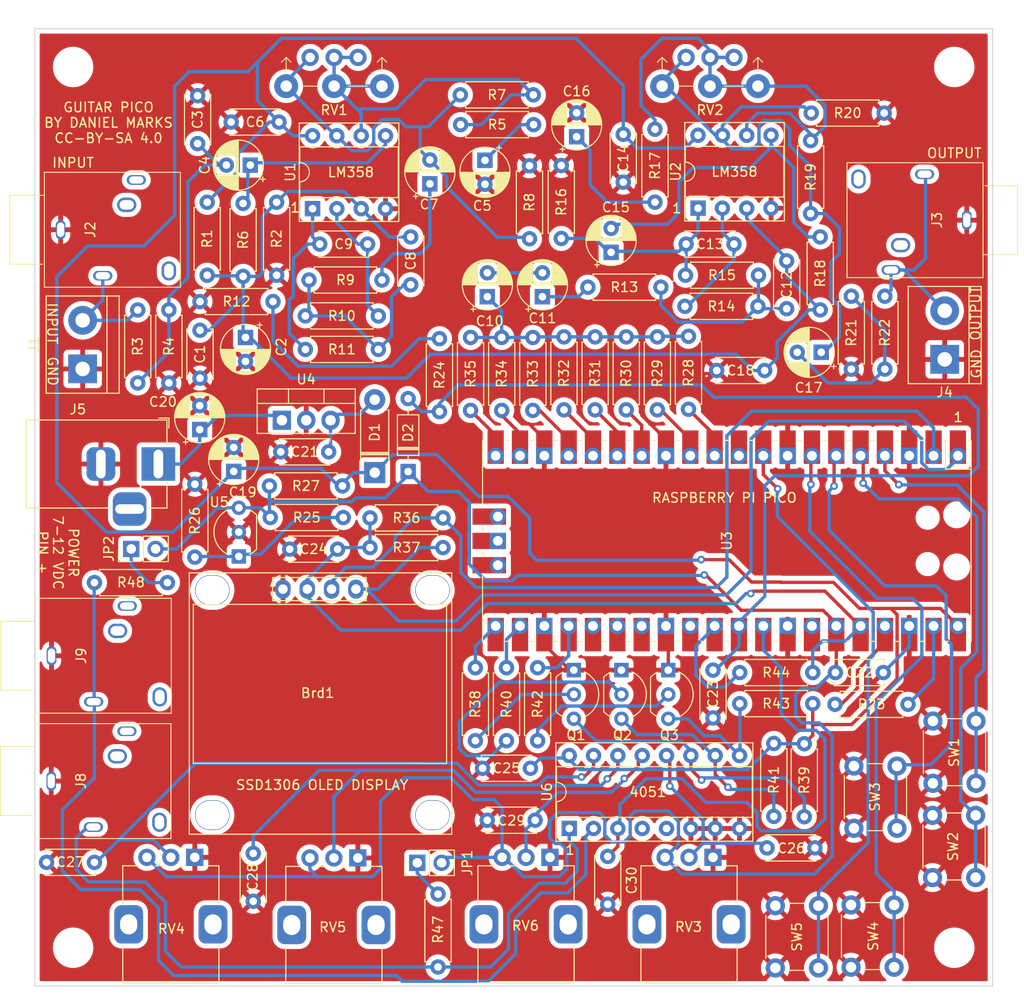
<source format=kicad_pcb>
(kicad_pcb (version 20211014) (generator pcbnew)
  (layers (0 "F.Cu" signal) (31 "B.Cu" signal) (34 "B.Paste" user) (35 "F.Paste" user) (36 "B.SilkS" user "B.Silkscreen") (37 "F.SilkS" user "F.Silkscreen") (38 "B.Mask" user) (39 "F.Mask" user) (44 "Edge.Cuts" user))
  (net 0 "")
  (net 1 "BIAS")
  (net 2 "GND")
  (net 3 "Net-(C3-Pad1)")
  (net 4 "Net-(C4-Pad1)")
  (net 5 "Net-(C5-Pad1)")
  (net 6 "+5V")
  (net 7 "Net-(C7-Pad1)")
  (net 8 "Net-(C7-Pad2)")
  (net 9 "Net-(C8-Pad2)")
  (net 10 "Net-(C9-Pad2)")
  (net 11 "Net-(J1-Pad2)")
  (net 15 "Net-(R5-Pad1)")
  (net 16 "TOADC")
  (net 17 "FROMDAC")
  (net 18 "Net-(C10-Pad2)")
  (net 19 "Net-(C11-Pad1)")
  (net 20 "Net-(C12-Pad2)")
  (net 21 "Net-(C13-Pad1)")
  (net 22 "Net-(C13-Pad2)")
  (net 23 "Net-(C15-Pad2)")
  (net 24 "Net-(C16-Pad1)")
  (net 25 "Net-(C17-Pad1)")
  (net 26 "Net-(C17-Pad2)")
  (net 27 "Net-(J3-PadS1)")
  (net 30 "Net-(R17-Pad1)")
  (net 31 "Net-(R23-Pad1)")
  (net 32 "Net-(R23-Pad2)")
  (net 42 "Net-(C21-Pad1)")
  (net 44 "Net-(C20-Pad1)")
  (net 45 "Net-(C9-Pad1)")
  (net 46 "Net-(R12-Pad2)")
  (net 47 "Net-(C26-Pad2)")
  (net 48 "Net-(C27-Pad2)")
  (net 49 "Net-(C28-Pad2)")
  (net 50 "Net-(C29-Pad2)")
  (net 51 "Net-(R28-Pad2)")
  (net 52 "Net-(R29-Pad2)")
  (net 53 "Net-(R30-Pad2)")
  (net 54 "Net-(R31-Pad2)")
  (net 55 "+3V3")
  (net 56 "SCL")
  (net 57 "SDA")
  (net 58 "VREF")
  (net 59 "Net-(Q1-Pad2)")
  (net 60 "Net-(Q1-Pad3)")
  (net 61 "Net-(Q2-Pad2)")
  (net 62 "Net-(Q2-Pad3)")
  (net 63 "Net-(Q3-Pad2)")
  (net 64 "Net-(Q3-Pad3)")
  (net 65 "SEL0")
  (net 66 "SEL1")
  (net 67 "SEL2")
  (net 68 "CTRLIN")
  (net 69 "Net-(R32-Pad2)")
  (net 70 "Net-(R33-Pad2)")
  (net 71 "Net-(R34-Pad2)")
  (net 72 "Net-(R35-Pad2)")
  (net 73 "Net-(R44-Pad2)")
  (net 76 "Net-(SW1-Pad2)")
  (net 77 "Net-(SW2-Pad2)")
  (net 78 "Net-(SW3-Pad2)")
  (net 79 "Net-(SW4-Pad2)")
  (net 80 "Net-(SW5-Pad2)")
  (net 87 "Net-(J8-PadT1)")
  (net 88 "Net-(J9-PadT1)")
  (net 89 "Net-(JP1-Pad1)")
  (net 90 "Net-(JP2-Pad1)")
  (net 91 "Net-(R25-Pad1)")
  (footprint "Capacitor_THT:C_Disc_D5.0mm_W2.5mm_P5.00mm" (layer "F.Cu") (at 132.588 127.254 180)
    (fp_text reference "C22")
    (fp_text value "10 nF")
  )
  (footprint "Capacitor_THT:CP_Radial_D5.0mm_P2.50mm" (layer "F.Cu") (at 104.17 83.36 90)
    (fp_text reference "C15")
    (fp_text value "10 uF")
  )
  (footprint "Package_TO_SOT_THT:TO-92_Inline_Wide" (layer "F.Cu") (at 110.14 127 -90)
    (fp_text reference "Q3")
    (fp_text value "2N3904")
  )
  (footprint "GuitarPico:PJ-3240-35mm-stereo" (layer "F.Cu") (at 44.02 138.59 90)
    (fp_text reference "J8")
    (fp_text value "INPUT")
  )
  (footprint "Resistor_THT:R_Axial_DIN0207_L6.3mm_D2.5mm_P7.62mm_Horizontal" (layer "F.Cu") (at 80.25 86.25 180)
    (fp_text reference "R9")
    (fp_text value "1k")
  )
  (footprint "Diode_THT:D_DO-41_SOD81_P7.62mm_Horizontal" (layer "F.Cu") (at 79.49 106.37 90)
    (fp_text reference "D1")
    (fp_text value "1N5819")
  )
  (footprint "Resistor_THT:R_Axial_DIN0207_L6.3mm_D2.5mm_P7.62mm_Horizontal" (layer "F.Cu") (at 125 79.31 90)
    (fp_text reference "R19")
    (fp_text value "NC")
  )
  (footprint "Package_TO_SOT_THT:TO-220-3_Vertical" (layer "F.Cu") (at 69.8 100.9)
    (fp_text reference "U4")
    (fp_text value "LM7805_TO220")
  )
  (footprint "GuitarPico:PJ-3240-35mm-stereo" (layer "F.Cu") (at 143 80 -90)
    (fp_text reference "J3")
    (fp_text value "OUTPUT")
  )
  (footprint "Connector_PinHeader_2.54mm:PinHeader_1x02_P2.54mm_Vertical" (layer "F.Cu") (at 54.07 114.34 90)
    (fp_text reference "JP2")
    (fp_text value "POWER")
  )
  (footprint "Capacitor_THT:CP_Radial_D5.0mm_P2.50mm" (layer "F.Cu") (at 97 88 90)
    (fp_text reference "C11")
    (fp_text value "10 uF")
  )
  (footprint "Resistor_THT:R_Axial_DIN0207_L6.3mm_D2.5mm_P7.62mm_Horizontal" (layer "F.Cu") (at 129.25 95.56 90)
    (fp_text reference "R21")
    (fp_text value "1M")
  )
  (footprint "MountingHole:MountingHole_3.2mm_M3" (layer "F.Cu") (at 48 156)
    (fp_text reference "H2" hide)
    (fp_text value "MountingHole")
  )
  (footprint "Capacitor_THT:CP_Radial_D5.0mm_P2.50mm" (layer "F.Cu") (at 66.5 74.25 180)
    (fp_text reference "C4")
    (fp_text value "10 uF")
  )
  (footprint "Resistor_THT:R_Axial_DIN0207_L6.3mm_D2.5mm_P7.62mm_Horizontal" (layer "F.Cu") (at 127.55 130.57)
    (fp_text reference "R23")
    (fp_text value "10k")
  )
  (footprint "GuitarPico:PJ-3240-35mm-stereo" (layer "F.Cu") (at 44.05 125.5 90)
    (fp_text reference "J9")
    (fp_text value "INPUT")
  )
  (footprint "Resistor_THT:R_Axial_DIN0207_L6.3mm_D2.5mm_P7.62mm_Horizontal" (layer "F.Cu") (at 72.25 90)
    (fp_text reference "R10")
    (fp_text value "1k")
  )
  (footprint "Capacitor_THT:CP_Radial_D5.0mm_P2.50mm" (layer "F.Cu") (at 91.25 88 90)
    (fp_text reference "C10")
    (fp_text value "10 uF")
  )
  (footprint "Connector_PinHeader_2.54mm:PinHeader_1x02_P2.54mm_Vertical" (layer "F.Cu") (at 83.935 147.128 90)
    (fp_text reference "JP1")
    (fp_text value "POWER")
  )
  (footprint "Package_DIP:DIP-16_W7.62mm_Socket" (layer "F.Cu") (at 99.8 143.54 90)
    (fp_text reference "U6")
    (fp_text value "4051")
  )
  (footprint "Capacitor_THT:C_Disc_D5.0mm_W2.5mm_P5.00mm" (layer "F.Cu") (at 70.618 114.362)
    (fp_text reference "C24")
    (fp_text value "100 nF")
  )
  (footprint "Resistor_THT:R_Axial_DIN0207_L6.3mm_D2.5mm_P7.62mm_Horizontal" (layer "F.Cu") (at 112.25 92.13 -90)
    (fp_text reference "R28")
    (fp_text value "TBD")
  )
  (footprint "Resistor_THT:R_Axial_DIN0207_L6.3mm_D2.5mm_P7.62mm_Horizontal" (layer "F.Cu") (at 69.25 85.75 90)
    (fp_text reference "R2")
    (fp_text value "470R")
  )
  (footprint "Package_TO_SOT_THT:TO-92_Inline_Wide" (layer "F.Cu") (at 105.25 127 -90)
    (fp_text reference "Q2")
    (fp_text value "2N3904")
  )
  (footprint "Resistor_THT:R_Axial_DIN0207_L6.3mm_D2.5mm_P7.62mm_Horizontal" (layer "F.Cu") (at 119.5 89 180)
    (fp_text reference "R14")
    (fp_text value "10k")
  )
  (footprint "Resistor_THT:R_Axial_DIN0207_L6.3mm_D2.5mm_P7.62mm_Horizontal" (layer "F.Cu") (at 86.1 150.39 -90)
    (fp_text reference "R47")
    (fp_text value "10k")
  )
  (footprint "Capacitor_THT:C_Disc_D5.0mm_W2.5mm_P5.00mm" (layer "F.Cu") (at 122.5 84.25 -90)
    (fp_text reference "C12")
    (fp_text value "220 pF")
  )
  (footprint "Resistor_THT:R_Axial_DIN0207_L6.3mm_D2.5mm_P7.62mm_Horizontal" (layer "F.Cu") (at 98.97 74.29 -90)
    (fp_text reference "R16")
    (fp_text value "1k")
  )
  (footprint "Capacitor_THT:C_Disc_D5.0mm_W2.5mm_P5.00mm" (layer "F.Cu") (at 125.45 145.57 180)
    (fp_text reference "C26")
    (fp_text value "100 nF")
  )
  (footprint "Connector_BarrelJack:BarrelJack_Horizontal" (layer "F.Cu") (at 56.902 105.472)
    (fp_text reference "J5")
    (fp_text value "Barrel_Jack_Switch")
  )
  (footprint "Resistor_THT:R_Axial_DIN0207_L6.3mm_D2.5mm_P7.62mm_Horizontal" (layer "F.Cu") (at 79 111.1)
    (fp_text reference "R36")
    (fp_text value "10k")
  )
  (footprint "Capacitor_THT:C_Disc_D5.0mm_W2.5mm_P5.00mm" (layer "F.Cu") (at 61.25 91.5 -90)
    (fp_text reference "C1")
    (fp_text value "100 nF")
  )
  (footprint "Capacitor_THT:C_Disc_D5.0mm_W2.5mm_P5.00mm" (layer "F.Cu") (at 83.25 81.75 -90)
    (fp_text reference "C8")
    (fp_text value "330 nF")
  )
  (footprint "Capacitor_THT:C_Disc_D5.0mm_W2.5mm_P5.00mm" (layer "F.Cu") (at 91.24 142.68)
    (fp_text reference "C29")
    (fp_text value "100 nF")
  )
  (footprint "Potentiometer_THT:Potentiometer_Alps_RK09K_Single_Vertical" (layer "F.Cu") (at 97.79 146.558 -90)
    (fp_text reference "RV6")
    (fp_text value "10k")
  )
  (footprint "Capacitor_THT:CP_Radial_D5.0mm_P2.50mm" (layer "F.Cu") (at 85.25 76.205113 90)
    (fp_text reference "C7")
    (fp_text value "10 uF")
  )
  (footprint "Resistor_THT:R_Axial_DIN0207_L6.3mm_D2.5mm_P7.62mm_Horizontal" (layer "F.Cu") (at 72.25 93.5)
    (fp_text reference "R11")
    (fp_text value "10k")
  )
  (footprint "Capacitor_THT:C_Disc_D5.0mm_W2.5mm_P5.00mm" (layer "F.Cu") (at 105.44 71.03 -90)
    (fp_text reference "C14")
    (fp_text value "100 nF")
  )
  (footprint "Resistor_THT:R_Axial_DIN0207_L6.3mm_D2.5mm_P7.62mm_Horizontal" (layer "F.Cu") (at 132.75 87.94 -90)
    (fp_text reference "R22")
    (fp_text value "100R")
  )
  (footprint "MountingHole:MountingHole_3.2mm_M3" (layer "F.Cu") (at 140 64)
    (fp_text reference "H3" hide)
    (fp_text value "MountingHole")
  )
  (footprint "TerminalBlock:TerminalBlock_bornier-2_P5.08mm" (layer "F.Cu") (at 49 95.54 90)
    (fp_text reference "J1")
    (fp_text value "INPUT")
  )
  (footprint "Capacitor_THT:C_Disc_D5.0mm_W2.5mm_P5.00mm" (layer "F.Cu") (at 114.808 127 -90)
    (fp_text reference "C23")
    (fp_text value "100 pF")
  )
  (footprint "Capacitor_THT:CP_Radial_D5.0mm_P2.50mm" (layer "F.Cu") (at 66 92.25 -90)
    (fp_text reference "C2")
    (fp_text value "100 uF")
  )
  (footprint "Resistor_THT:R_Axial_DIN0207_L6.3mm_D2.5mm_P7.62mm_Horizontal" (layer "F.Cu") (at 76.206 111.06 180)
    (fp_text reference "R25")
    (fp_text value "2k2")
  )
  (footprint "Capacitor_THT:C_Disc_D5.0mm_W2.5mm_P5.00mm" (layer "F.Cu") (at 120.2 95.7 180)
    (fp_text reference "C18")
    (fp_text value "100 nF")
  )
  (footprint "Resistor_THT:R_Axial_DIN0207_L6.3mm_D2.5mm_P7.62mm_Horizontal" (layer "F.Cu") (at 124.34 134.69 -90)
    (fp_text reference "R39")
    (fp_text value "10k")
  )
  (footprint "Capacitor_THT:C_Disc_D5.0mm_W2.5mm_P5.00mm" (layer "F.Cu") (at 112 82.5)
    (fp_text reference "C13")
    (fp_text value "220 pF")
  )
  (footprint "Capacitor_THT:C_Disc_D5.0mm_W2.5mm_P5.00mm" (layer "F.Cu") (at 103.82 146.46 -90)
    (fp_text reference "C30")
    (fp_text value "100 pF")
  )
  (footprint "GuitarPico:Potentiometer_Big_Small_Combined" (layer "F.Cu") (at 75.25 63 180)
    (fp_text reference "RV1")
    (fp_text value "100k")
  )
  (footprint "Resistor_THT:R_Axial_DIN0207_L6.3mm_D2.5mm_P7.62mm_Horizontal" (layer "F.Cu") (at 61.25 88.5)
    (fp_text reference "R12")
    (fp_text value "1k")
  )
  (footprint "Resistor_THT:R_Axial_DIN0207_L6.3mm_D2.5mm_P7.62mm_Horizontal" (layer "F.Cu") (at 126 81.75 -90)
    (fp_text reference "R18")
    (fp_text value "220k")
  )
  (footprint "Resistor_THT:R_Axial_DIN0207_L6.3mm_D2.5mm_P7.62mm_Horizontal" (layer "F.Cu") (at 93.25 126.75 -90)
    (fp_text reference "R40")
    (fp_text value "10k")
  )
  (footprint "GuitarPico:RPi_Pico_SMD_TH" (layer "F.Cu") (at 116.25 113.5 -90)
    (fp_text reference "U3")
    (fp_text value "Pico")
  )
  (footprint "Capacitor_THT:CP_Radial_D5.0mm_P2.50mm" (layer "F.Cu") (at 61.22 101.876 90)
    (fp_text reference "C20")
    (fp_text value "100 uF")
  )
  (footprint "Resistor_THT:R_Axial_DIN0207_L6.3mm_D2.5mm_P7.62mm_Horizontal" (layer "F.Cu") (at 95.65 74.32 -90)
    (fp_text reference "R8")
    (fp_text value "1k")
  )
  (footprint "Capacitor_THT:C_Disc_D5.0mm_W2.5mm_P5.00mm" (layer "F.Cu") (at 95.75 137.25 180)
    (fp_text reference "C25")
    (fp_text value "100 nF")
  )
  (footprint "Resistor_THT:R_Axial_DIN0207_L6.3mm_D2.5mm_P7.62mm_Horizontal" (layer "F.Cu") (at 121.16 134.66 -90)
    (fp_text reference "R41")
    (fp_text value "10k")
  )
  (footprint "Resistor_THT:R_Axial_DIN0207_L6.3mm_D2.5mm_P7.62mm_Horizontal" (layer "F.Cu") (at 57.85 117.86 180)
    (fp_text reference "R48")
    (fp_text value "10k")
  )
  (footprint "Resistor_THT:R_Axial_DIN0207_L6.3mm_D2.5mm_P7.62mm_Horizontal" (layer "F.Cu") (at 109 92.19 -90)
    (fp_text reference "R29")
    (fp_text value "TBD")
  )
  (footprint "Resistor_THT:R_Axial_DIN0207_L6.3mm_D2.5mm_P7.62mm_Horizontal" (layer "F.Cu") (at 62 85.75 90)
    (fp_text reference "R1")
    (fp_text value "1k")
  )
  (footprint "GuitarPico:PJ-3240-35mm-stereo" (layer "F.Cu") (at 45 81 90)
    (fp_text reference "J2")
    (fp_text value "INPUT")
  )
  (footprint "Resistor_THT:R_Axial_DIN0207_L6.3mm_D2.5mm_P7.62mm_Horizontal" (layer "F.Cu") (at 68.5 107.758)
    (fp_text reference "R27")
    (fp_text value "1k")
  )
  (footprint "Resistor_THT:R_Axial_DIN0207_L6.3mm_D2.5mm_P7.62mm_Horizontal" (layer "F.Cu") (at 89.5 92.25 -90)
    (fp_text reference "R35")
    (fp_text value "TBD")
  )
  (footprint "Button_Switch_THT:SW_PUSH_6mm" (layer "F.Cu") (at 137.73 148.67 90)
    (fp_text reference "SW2")
    (fp_text value "SW_Push")
  )
  (footprint "Button_Switch_THT:SW_PUSH_6mm" (layer "F.Cu") (at 129.52 143.52 90)
    (fp_text reference "SW3")
    (fp_text value "SW_Push")
  )
  (footprint "GuitarPico:128x64OLED" (layer "F.Cu") (at 73.53 129.14)
    (fp_text reference "Brd1")
    (fp_text value "SSD1306")
  )
  (footprint "Resistor_THT:R_Axial_DIN0207_L6.3mm_D2.5mm_P7.62mm_Horizontal" (layer "F.Cu") (at 96 92.25 -90)
    (fp_text reference "R33")
    (fp_text value "TBD")
  )
  (footprint "Capacitor_THT:CP_Radial_D5.0mm_P2.50mm" (layer "F.Cu") (at 91 73.75 -90)
    (fp_text reference "C5")
    (fp_text value "10 uF")
  )
  (footprint "Resistor_THT:R_Axial_DIN0207_L6.3mm_D2.5mm_P7.62mm_Horizontal" (layer "F.Cu") (at 88.46 70.02)
    (fp_text reference "R5")
    (fp_text value "2k2")
  )
  (footprint "Potentiometer_THT:Potentiometer_Alps_RK09K_Single_Vertical" (layer "F.Cu") (at 77.73 146.62 -90)
    (fp_text reference "RV5")
    (fp_text value "10k")
  )
  (footprint "Resistor_THT:R_Axial_DIN0207_L6.3mm_D2.5mm_P7.62mm_Horizontal" (layer "F.Cu") (at 60.712 107.58 -90)
    (fp_text reference "R26")
    (fp_text value "10k")
  )
  (footprint "Capacitor_THT:CP_Radial_D5.0mm_P2.50mm" (layer "F.Cu") (at 100.57 71.29 90)
    (fp_text reference "C16")
    (fp_text value "10 uF")
  )
  (footprint "Resistor_THT:R_Axial_DIN0207_L6.3mm_D2.5mm_P7.62mm_Horizontal" (layer "F.Cu") (at 58 97 90)
    (fp_text reference "R4")
    (fp_text value "1M")
  )
  (footprint "Package_DIP:DIP-8_W7.62mm_Socket" (layer "F.Cu") (at 73 78.8 90)
    (fp_text reference "U1")
    (fp_text value "LM358")
  )
  (footprint "Resistor_THT:R_Axial_DIN0207_L6.3mm_D2.5mm_P7.62mm_Horizontal" (layer "F.Cu") (at 88.43 66.91)
    (fp_text reference "R7")
    (fp_text value "NC")
  )
  (footprint "Capacitor_THT:CP_Radial_D5.0mm_P2.50mm" (layer "F.Cu") (at 64.77 106.24 90)
    (fp_text reference "C19")
    (fp_text value "100 uF")
  )
  (footprint "Resistor_THT:R_Axial_DIN0207_L6.3mm_D2.5mm_P7.62mm_Horizontal" (layer "F.Cu") (at 54.75 97 90)
    (fp_text reference "R3")
    (fp_text value "100R")
  )
  (footprint "Resistor_THT:R_Axial_DIN0207_L6.3mm_D2.5mm_P7.62mm_Horizontal" (layer "F.Cu") (at 90 126.75 -90)
    (fp_text reference "R38")
    (fp_text value "10k")
  )
  (footprint "Button_Switch_THT:SW_PUSH_6mm" (layer "F.Cu") (at 129.22 158.03 90)
    (fp_text reference "SW4")
    (fp_text value "SW_Push")
  )
  (footprint "Button_Switch_THT:SW_PUSH_6mm" (layer "F.Cu") (at 121.32 158.11 90)
    (fp_text reference "SW5")
    (fp_text value "SW_Push")
  )
  (footprint "Resistor_THT:R_Axial_DIN0207_L6.3mm_D2.5mm_P7.62mm_Horizontal" (layer "F.Cu") (at 108.75 70.5 -90)
    (fp_text reference "R17")
    (fp_text value "100k")
  )
  (footprint "Resistor_THT:R_Axial_DIN0207_L6.3mm_D2.5mm_P7.62mm_Horizontal" (layer "F.Cu") (at 86.62 114.2 180)
    (fp_text reference "R37")
    (fp_text value "10k")
  )
  (footprint "Resistor_THT:R_Axial_DIN0207_L6.3mm_D2.5mm_P7.62mm_Horizontal" (layer "F.Cu") (at 132.68 68.81 180)
    (fp_text reference "R20")
    (fp_text value "1k")
  )
  (footprint "Resistor_THT:R_Axial_DIN0207_L6.3mm_D2.5mm_P7.62mm_Horizontal" (layer "F.Cu") (at 125.222 130.5 180)
    (fp_text reference "R43")
    (fp_text value "10k")
  )
  (footprint "Resistor_THT:R_Axial_DIN0207_L6.3mm_D2.5mm_P7.62mm_Horizontal" (layer "F.Cu") (at 99.25 92.19 -90)
    (fp_text reference "R32")
    (fp_text value "TBD")
  )
  (footprint "Capacitor_THT:C_Disc_D5.0mm_W2.5mm_P5.00mm" (layer "F.Cu") (at 69.5 69.75 180)
    (fp_text reference "C6")
    (fp_text value "100 nF")
  )
  (footprint "Resistor_THT:R_Axial_DIN0207_L6.3mm_D2.5mm_P7.62mm_Horizontal" (layer "F.Cu") (at 65.75 78.25 -90)
    (fp_text reference "R6")
    (fp_text value "220k")
  )
  (footprint "MountingHole:MountingHole_3.2mm_M3" (layer "F.Cu") (at 48 64)
    (fp_text reference "H4" hide)
    (fp_text value "MountingHole")
  )
  (footprint "Package_TO_SOT_THT:TO-92_Inline_Wide" (layer "F.Cu") (at 100.28 127 -90)
    (fp_text reference "Q1")
    (fp_text value "2N3904")
  )
  (footprint "Resistor_THT:R_Axial_DIN0207_L6.3mm_D2.5mm_P7.62mm_Horizontal" (layer "F.Cu") (at 101.75 87)
    (fp_text reference "R13")
    (fp_text value "10k")
  )
  (footprint "Resistor_THT:R_Axial_DIN0207_L6.3mm_D2.5mm_P7.62mm_Horizontal" (layer "F.Cu") (at 105.75 92.19 -90)
    (fp_text reference "R30")
    (fp_text value "TBD")
  )
  (footprint "Package_TO_SOT_THT:TO-92_Inline_Wide" (layer "F.Cu") (at 65.306 115.124 90)
    (fp_text reference "U5")
    (fp_text value "TL431LP")
  )
  (footprint "MountingHole:MountingHole_3.2mm_M3" (layer "F.Cu") (at 140 156)
    (fp_text reference "H1" hide)
    (fp_text value "MountingHole")
  )
  (footprint "Resistor_THT:R_Axial_DIN0207_L6.3mm_D2.5mm_P7.62mm_Horizontal" (layer "F.Cu") (at 125.222 127.254 180)
    (fp_text reference "R44")
    (fp_text value "10k")
  )
  (footprint "Resistor_THT:R_Axial_DIN0207_L6.3mm_D2.5mm_P7.62mm_Horizontal" (layer "F.Cu") (at 92.75 92.25 -90)
    (fp_text reference "R34")
    (fp_text value "TBD")
  )
  (footprint "Capacitor_THT:C_Disc_D5.0mm_W2.5mm_P5.00mm" (layer "F.Cu") (at 74.682 104.202 180)
    (fp_text reference "C21")
    (fp_text value "100 nF")
  )
  (footprint "Package_DIP:DIP-8_W7.62mm_Socket" (layer "F.Cu") (at 113.25 78.75 90)
    (fp_text reference "U2")
    (fp_text value "LM358")
  )
  (footprint "Diode_THT:D_DO-35_SOD27_P7.62mm_Horizontal" (layer "F.Cu") (at 82.98 106.26 90)
    (fp_text reference "D2")
    (fp_text value "1N4148")
  )
  (footprint "Resistor_THT:R_Axial_DIN0207_L6.3mm_D2.5mm_P7.62mm_Horizontal" (layer "F.Cu") (at 102.5 92.19 -90)
    (fp_text reference "R31")
    (fp_text value "TBD")
  )
  (footprint "Capacitor_THT:C_Disc_D5.0mm_W2.5mm_P5.00mm" (layer "F.Cu") (at 66.808 151.14 90)
    (fp_text reference "C28")
    (fp_text value "100 nF")
  )
  (footprint "Capacitor_THT:CP_Radial_D5.0mm_P2.50mm" (layer "F.Cu") (at 126.105113 93.8 180)
    (fp_text reference "C17")
    (fp_text value "10 uF")
  )
  (footprint "Potentiometer_THT:Potentiometer_Alps_RK09K_Single_Vertical" (layer "F.Cu") (at 60.706 146.558 -90)
    (fp_text reference "RV4")
    (fp_text value "10k")
  )
  (footprint "Capacitor_THT:C_Disc_D5.0mm_W2.5mm_P5.00mm" (layer "F.Cu") (at 73.75 82.5)
    (fp_text reference "C9")
    (fp_text value "100 pF")
  )
  (footprint "Capacitor_THT:C_Disc_D5.0mm_W2.5mm_P5.00mm" (layer "F.Cu") (at 61 72 90)
    (fp_text reference "C3")
    (fp_text value "100 pF")
  )
  (footprint "Resistor_THT:R_Axial_DIN0207_L6.3mm_D2.5mm_P7.62mm_Horizontal" (layer "F.Cu") (at 96.5 126.75 -90)
    (fp_text reference "R42")
    (fp_text value "10k")
  )
  (footprint "Resistor_THT:R_Axial_DIN0207_L6.3mm_D2.5mm_P7.62mm_Horizontal" (layer "F.Cu") (at 86.25 100 90)
    (fp_text reference "R24")
    (fp_text value "10k")
  )
  (footprint "TerminalBlock:TerminalBlock_bornier-2_P5.08mm" (layer "F.Cu") (at 139 94.54 90)
    (fp_text reference "J4")
    (fp_text value "OUTPUT")
  )
  (footprint "Resistor_THT:R_Axial_DIN0207_L6.3mm_D2.5mm_P7.62mm_Horizontal" (layer "F.Cu") (at 119.56 85.75 180)
    (fp_text reference "R15")
    (fp_text value "10k")
  )
  (footprint "Capacitor_THT:C_Disc_D5.0mm_W2.5mm_P5.00mm" (layer "F.Cu") (at 45.23 147.08)
    (fp_text reference "C27")
    (fp_text value "100 nF")
  )
  (footprint "GuitarPico:Potentiometer_Big_Small_Combined" (layer "F.Cu") (at 114.5 63 180)
    (fp_text reference "RV2")
    (fp_text value "100k")
  )
  (footprint "Button_Switch_THT:SW_PUSH_6mm" (layer "F.Cu") (at 137.77 138.82 90)
    (fp_text reference "SW1")
    (fp_text value "SW_Push")
  )
  (footprint "Potentiometer_THT:Potentiometer_Alps_RK09K_Single_Vertical" (layer "F.Cu") (at 114.808 146.558 -90)
    (fp_text reference "RV3")
    (fp_text value "10k")
  )
  (gr_line (start 144 160) (end 44 160) (layer "Edge.Cuts") (width 0.1))
  (gr_line (start 144 60) (end 144 160) (layer "Edge.Cuts") (width 0.1))
  (gr_line (start 44 160) (end 44 60) (layer "Edge.Cuts") (width 0.1))
  (gr_line (start 44 60) (end 144 60) (layer "Edge.Cuts") (width 0.1))
  (gr_text "INPUT" (at 48 74) (layer "F.SilkS") (effects (font (size 1 1))))
  (gr_text "POWER\n7-12 VDC\nPIN +" (at 46.425 114.725 270) (layer "F.SilkS") (effects (font (size 1 1))))
  (gr_text "GUITAR PICO\nBY DANIEL MARKS\nCC-BY-SA 4.0" (at 51.7 69.825) (layer "F.SilkS") (effects (font (size 1 1))))
  (gr_text "LM358" (at 117.05 74.95) (layer "F.SilkS") (effects (font (size 1 1))))
  (gr_text "OUTPUT" (at 142.225 89.725 90) (layer "F.SilkS") (effects (font (size 1 1))))
  (gr_text "OUTPUT" (at 140 73) (layer "F.SilkS") (effects (font (size 1 1))))
  (gr_text "4051" (at 108 139.74) (layer "F.SilkS") (effects (font (size 1 1))))
  (gr_text "INPUT" (at 45.825 90.8 270) (layer "F.SilkS") (effects (font (size 1 1))))
  (gr_text "1" (at 71.17 78.69) (layer "F.SilkS") (effects (font (size 1 1))))
  (gr_text "GND" (at 142.3 95 90) (layer "F.SilkS") (effects (font (size 1 1))))
  (gr_text "1" (at 140.41 100.58) (layer "F.SilkS") (effects (font (size 1 1))))
  (gr_text "1" (at 111.02 78.77) (layer "F.SilkS") (effects (font (size 1 1))))
  (gr_text "SSD1306 OLED DISPLAY" (at 74 139) (layer "F.SilkS") (effects (font (size 1 1))))
  (gr_text "RASPBERRY PI PICO" (at 116 109) (layer "F.SilkS") (effects (font (size 1 1))))
  (gr_text "GND" (at 45.875 95.775 270) (layer "F.SilkS") (effects (font (size 1 1))))
  (gr_text "1" (at 99.89 145.77) (layer "F.SilkS") (effects (font (size 1 1))))
  (gr_text "LM358" (at 77 75) (layer "F.SilkS") (effects (font (size 1 1))))
  (segment (start 66 92.25) (end 66.5 92.25) (width 0.35) (layer "B.Cu") (net 1))
  (segment (start 83.25 81.75) (end 81.03 81.75) (width 0.35) (layer "B.Cu") (net 1))
  (segment (start 85.3 94) (end 117.25 94) (width 0.35) (layer "B.Cu") (net 1))
  (segment (start 122.5 85.87) (end 126 89.37) (width 0.35) (layer "B.Cu") (net 1))
  (segment (start 67.38 85.87) (end 65.75 85.87) (width 0.35) (layer "B.Cu") (net 1))
  (segment (start 121.5 94.4) (end 120.2 95.7) (width 0.35) (layer "B.Cu") (net 1))
  (segment (start 122.5 84.25) (end 122.5 85.87) (width 0.35) (layer "B.Cu") (net 1))
  (segment (start 81.03 81.75) (end 78.08 78.8) (width 0.35) (layer "B.Cu") (net 1))
  (segment (start 118.33 79.83) (end 118.33 78.75) (width 0.35) (layer "B.Cu") (net 1))
  (segment (start 70.75 96.5) (end 82.8 96.5) (width 0.35) (layer "B.Cu") (net 1))
  (segment (start 65.75 85.87) (end 65.75 88) (width 0.35) (layer "B.Cu") (net 1))
  (segment (start 82.8 96.5) (end 85.3 94) (width 0.35) (layer "B.Cu") (net 1))
  (segment (start 65.75 88) (end 62.25 91.5) (width 0.35) (layer "B.Cu") (net 1))
  (segment (start 69.25 78.13) (end 70.38 77) (width 0.35) (layer "B.Cu") (net 1))
  (segment (start 118.95 95.7) (end 120.2 95.7) (width 0.35) (layer "B.Cu") (net 1))
  (segment (start 70.38 77) (end 76.28 77) (width 0.35) (layer "B.Cu") (net 1))
  (segment (start 76.28 77) (end 78.08 78.8) (width 0.35) (layer "B.Cu") (net 1))
  (segment (start 65.75 85.87) (end 65.69 85.81) (width 0.35) (layer "B.Cu") (net 1))
  (segment (start 121.5 92.7) (end 121.5 94.4) (width 0.35) (layer "B.Cu") (net 1))
  (segment (start 67.75 85.5) (end 67.38 85.87) (width 0.35) (layer "B.Cu") (net 1))
  (segment (start 66.5 92.25) (end 70.75 96.5) (width 0.35) (layer "B.Cu") (net 1))
  (segment (start 69.25 78.13) (end 67.75 79.63) (width 0.35) (layer "B.Cu") (net 1))
  (segment (start 65.75 85.87) (end 65.75 92) (width 0.35) (layer "B.Cu") (net 1))
  (segment (start 62.06 85.81) (end 62 85.75) (width 0.35) (layer "B.Cu") (net 1))
  (segment (start 67.75 79.63) (end 67.75 85.5) (width 0.35) (layer "B.Cu") (net 1))
  (segment (start 117.25 94) (end 118.95 95.7) (width 0.35) (layer "B.Cu") (net 1))
  (segment (start 126 89.37) (end 124.83 89.37) (width 0.35) (layer "B.Cu") (net 1))
  (segment (start 65.69 85.81) (end 62.06 85.81) (width 0.35) (layer "B.Cu") (net 1))
  (segment (start 122.5 84) (end 118.33 79.83) (width 0.35) (layer "B.Cu") (net 1))
  (segment (start 122.5 84.25) (end 122.5 84) (width 0.35) (layer "B.Cu") (net 1))
  (segment (start 124.83 89.37) (end 121.5 92.7) (width 0.35) (layer "B.Cu") (net 1))
  (segment (start 65.75 92) (end 66 92.25) (width 0.35) (layer "B.Cu") (net 1))
  (segment (start 62.25 91.5) (end 61.25 91.5) (width 0.35) (layer "B.Cu") (net 1))
  (segment (start 109.9 104.61) (end 109.9 102.91) (width 0.35) (layer "F.Cu") (net 2))
  (segment (start 97.2 124.33) (end 99.87 127) (width 0.35) (layer "F.Cu") (net 2))
  (segment (start 109.9 102.91) (end 107.38 100.39) (width 0.35) (layer "F.Cu") (net 2))
  (segment (start 97.2 122.39) (end 97.2 124.33) (width 0.35) (layer "F.Cu") (net 2))
  (segment (start 109.9 122.39) (end 110.14 122.63) (width 0.35) (layer "F.Cu") (net 2))
  (segment (start 99.87 127) (end 100.28 127) (width 0.35) (layer "F.Cu") (net 2))
  (segment (start 95.59 101.26) (end 94.89 101.26) (width 0.35) (layer "F.Cu") (net 2))
  (segment (start 114.87 96.03) (end 115.2 95.7) (width 0.35) (layer "F.Cu") (net 2))
  (segment (start 94.36 100.73) (end 94.36 98.42) (width 0.35) (layer "F.Cu") (net 2))
  (segment (start 107.38 98.56) (end 109.91 96.03) (width 0.35) (layer "F.Cu") (net 2))
  (segment (start 109.91 96.03) (end 110.19 96.03) (width 0.35) (layer "F.Cu") (net 2))
  (segment (start 110.19 96.03) (end 114.87 96.03) (width 0.35) (layer "F.Cu") (net 2))
  (segment (start 107.38 100.39) (end 107.38 98.56) (width 0.35) (layer "F.Cu") (net 2))
  (segment (start 97.2 102.87) (end 95.59 101.26) (width 0.35) (layer "F.Cu") (net 2))
  (segment (start 94.89 101.26) (end 94.36 100.73) (width 0.35) (layer "F.Cu") (net 2))
  (segment (start 94.36 98.42) (end 96.75 96.03) (width 0.35) (layer "F.Cu") (net 2))
  (segment (start 97.2 104.61) (end 97.2 102.87) (width 0.35) (layer "F.Cu") (net 2))
  (segment (start 96.75 96.03) (end 110.19 96.03) (width 0.35) (layer "F.Cu") (net 2))
  (segment (start 110.14 122.63) (end 110.14 127) (width 0.35) (layer "F.Cu") (net 2))
  (segment (start 135.3 122.39) (end 135.3 124.542) (width 0.35) (layer "B.Cu") (net 2))
  (segment (start 135.3 124.542) (end 132.588 127.254) (width 0.35) (layer "B.Cu") (net 2))
  (segment (start 63.25 74.25) (end 61 72) (width 0.35) (layer "B.Cu") (net 3))
  (segment (start 58 89.38) (end 58 93.75) (width 0.35) (layer "B.Cu") (net 3))
  (segment (start 58 93.75) (end 54.75 97) (width 0.35) (layer "B.Cu") (net 3))
  (segment (start 60 76) (end 61.75 74.25) (width 0.35) (layer "B.Cu") (net 3))
  (segment (start 64 74.25) (end 63.25 74.25) (width 0.35) (layer "B.Cu") (net 3))
  (segment (start 58 89.38) (end 58 88) (width 0.35) (layer "B.Cu") (net 3))
  (segment (start 61.75 74.25) (end 64 74.25) (width 0.35) (layer "B.Cu") (net 3))
  (segment (start 60 86) (end 60 76) (width 0.35) (layer "B.Cu") (net 3))
  (segment (start 58 88) (end 60 86) (width 0.35) (layer "B.Cu") (net 3))
  (segment (start 80.62 72.13) (end 78.75 74) (width 0.35) (layer "B.Cu") (net 4))
  (segment (start 66.25 77.75) (end 66.25 74.5) (width 0.35) (layer "B.Cu") (net 4))
  (segment (start 66.75 74) (end 66.5 74.25) (width 0.35) (layer "B.Cu") (net 4))
  (segment (start 66.25 74.5) (end 66.5 74.25) (width 0.35) (layer "B.Cu") (net 4))
  (segment (start 65.75 78.25) (end 66.25 77.75) (width 0.35) (layer "B.Cu") (net 4))
  (segment (start 78.75 74) (end 66.75 74) (width 0.35) (layer "B.Cu") (net 4))
  (segment (start 80.62 71.18) (end 80.62 72.13) (width 0.35) (layer "B.Cu") (net 4))
  (segment (start 94.73 70.02) (end 91 73.75) (width 0.35) (layer "B.Cu") (net 5))
  (segment (start 96.08 70.02) (end 94.73 70.02) (width 0.35) (layer "B.Cu") (net 5))
  (segment (start 125.222 132.602) (end 125.222 133.808) (width 0.35) (layer "F.Cu") (net 6))
  (segment (start 134.03 127.93) (end 129.275 132.685) (width 0.35) (layer "F.Cu") (net 6))
  (segment (start 127.38 117.83) (end 130.1 120.55) (width 0.35) (layer "F.Cu") (net 6))
  (segment (start 129.275 132.685) (end 125.305 132.685) (width 0.35) (layer "F.Cu") (net 6))
  (segment (start 134.03 127.93) (end 134.03 121.21) (width 0.35) (layer "F.Cu") (net 6))
  (segment (start 116.49 115.46) (end 118.83 117.8) (width 0.35) (layer "F.Cu") (net 6))
  (segment (start 134.03 121.21) (end 133.37 120.55) (width 0.35) (layer "F.Cu") (net 6))
  (segment (start 125.305 132.685) (end 125.222 132.602) (width 0.35) (layer "F.Cu") (net 6))
  (segment (start 113.58 115.46) (end 116.49 115.46) (width 0.35) (layer "F.Cu") (net 6))
  (segment (start 121.85 117.8) (end 121.88 117.83) (width 0.35) (layer "F.Cu") (net 6))
  (segment (start 130.1 120.55) (end 133.37 120.55) (width 0.35) (layer "F.Cu") (net 6))
  (segment (start 133.37 120.55) (end 138.54 120.55) (width 0.35) (layer "F.Cu") (net 6))
  (segment (start 118.83 117.8) (end 121.85 117.8) (width 0.35) (layer "F.Cu") (net 6))
  (segment (start 121.88 117.83) (end 127.38 117.83) (width 0.35) (layer "F.Cu") (net 6))
  (segment (start 138.54 120.55) (end 140.38 122.39) (width 0.35) (layer "F.Cu") (net 6))
  (segment (start 125.222 130.5) (end 125.222 132.602) (width 0.35) (layer "F.Cu") (net 6))
  (segment (start 125.222 133.808) (end 124.34 134.69) (width 0.35) (layer "F.Cu") (net 6))
  (via (at 113.58 115.46) (size 0.8) (drill 0.4) (layers "F.Cu" "B.Cu") (net 6))
  (segment (start 46.3 85.9) (end 46.3 107.4) (width 0.35) (layer "B.Cu") (net 6))
  (segment (start 73.86 105.92) (end 75.698 107.758) (width 0.35) (layer "B.Cu") (net 6))
  (segment (start 66.25 64.5) (end 60.1 64.5) (width 0.35) (layer "B.Cu") (net 6))
  (segment (start 46.3 107.4) (end 51.48 112.58) (width 0.35) (layer "B.Cu") (net 6))
  (segment (start 79.49 106.37) (end 77.27 106.37) (width 0.35) (layer "B.Cu") (net 6))
  (segment (start 65.25 74.88) (end 65.25 73) (width 0.35) (layer "B.Cu") (net 6))
  (segment (start 69.5 69.75) (end 67.25 67.5) (width 0.35) (layer "B.Cu") (net 6))
  (segment (start 77.27 106.37) (end 76.12 107.52) (width 0.35) (layer "B.Cu") (net 6))
  (segment (start 95.67 114.78) (end 95.67 111.12) (width 0.35) (layer "B.Cu") (net 6))
  (segment (start 49.5 82.7) (end 46.3 85.9) (width 0.35) (layer "B.Cu") (net 6))
  (segment (start 62 78.13) (end 65.25 74.88) (width 0.35) (layer "B.Cu") (net 6))
  (segment (start 113.58 115.46) (end 113.53 115.51) (width 0.35) (layer "B.Cu") (net 6))
  (segment (start 75.698 107.758) (end 76.12 107.758) (width 0.35) (layer "B.Cu") (net 6))
  (segment (start 100.855 137.385) (end 118.435 137.385) (width 0.35) (layer "B.Cu") (net 6))
  (segment (start 90.37 108.85) (end 86.008 104.488) (width 0.35) (layer "B.Cu") (net 6))
  (segment (start 81.372 104.488) (end 79.49 106.37) (width 0.35) (layer "B.Cu") (net 6))
  (segment (start 99.54 136.18) (end 96.82 136.18) (width 0.35) (layer "B.Cu") (net 6))
  (segment (start 73 71.18) (end 70.93 71.18) (width 0.35) (layer "B.Cu") (net 6))
  (segment (start 93.4 108.85) (end 90.37 108.85) (width 0.35) (layer "B.Cu") (net 6))
  (segment (start 70.93 71.18) (end 69.5 69.75) (width 0.35) (layer "B.Cu") (net 6))
  (segment (start 86.008 104.488) (end 81.372 104.488) (width 0.35) (layer "B.Cu") (net 6))
  (segment (start 58.6 66) (end 58.6 79.5) (width 0.35) (layer "B.Cu") (net 6))
  (segment (start 51.48 112.58) (end 58.43 112.58) (width 0.35) (layer "B.Cu") (net 6))
  (segment (start 100.5 61) (end 105.44 65.94) (width 0.35) (layer "B.Cu") (net 6))
  (segment (start 113.53 115.51) (end 96.4 115.51) (width 0.35) (layer "B.Cu") (net 6))
  (segment (start 58.6 79.5) (end 55.4 82.7) (width 0.35) (layer "B.Cu") (net 6))
  (segment (start 67.25 67.5) (end 67.25 63.5) (width 0.35) (layer "B.Cu") (net 6))
  (segment (start 106.87 72.46) (end 105.44 71.03) (width 0.35) (layer "B.Cu") (net 6))
  (segment (start 67.25 63.5) (end 69.75 61) (width 0.35) (layer "B.Cu") (net 6))
  (segment (start 96.82 136.18) (end 95.75 137.25) (width 0.35) (layer "B.Cu") (net 6))
  (segment (start 105.44 65.94) (end 105.44 71.03) (width 0.35) (layer "B.Cu") (net 6))
  (segment (start 121.19 134.69) (end 121.16 134.66) (width 0.35) (layer "B.Cu") (net 6))
  (segment (start 68.5 69.75) (end 69.5 69.75) (width 0.35) (layer "B.Cu") (net 6))
  (segment (start 58.43 112.58) (end 64.77 106.24) (width 0.35) (layer "B.Cu") (net 6))
  (segment (start 113.25 71.13) (end 111.92 72.46) (width 0.35) (layer "B.Cu") (net 6))
  (segment (start 99.8 135.92) (end 99.54 136.18) (width 0.35) (layer "B.Cu") (net 6))
  (segment (start 96.4 115.51) (end 95.67 114.78) (width 0.35) (layer "B.Cu") (net 6))
  (segment (start 64.77 106.24) (end 65.09 105.92) (width 0.35) (layer "B.Cu") (net 6))
  (segment (start 65.25 73) (end 68.5 69.75) (width 0.35) (layer "B.Cu") (net 6))
  (segment (start 111.92 72.46) (end 106.87 72.46) (width 0.35) (layer "B.Cu") (net 6))
  (segment (start 65.09 105.92) (end 73.86 105.92) (width 0.35) (layer "B.Cu") (net 6))
  (segment (start 76.12 107.52) (end 76.12 107.758) (width 0.35) (layer "B.Cu") (net 6))
  (segment (start 55.4 82.7) (end 49.5 82.7) (width 0.35) (layer "B.Cu") (net 6))
  (segment (start 67.25 63.5) (end 66.25 64.5) (width 0.35) (layer "B.Cu") (net 6))
  (segment (start 100.855 137.385) (end 99.8 136.33) (width 0.35) (layer "B.Cu") (net 6))
  (segment (start 121.16 134.66) (end 118.435 137.385) (width 0.35) (layer "B.Cu") (net 6))
  (segment (start 95.67 111.12) (end 93.4 108.85) (width 0.35) (layer "B.Cu") (net 6))
  (segment (start 60.1 64.5) (end 58.6 66) (width 0.35) (layer "B.Cu") (net 6))
  (segment (start 124.34 134.69) (end 121.19 134.69) (width 0.35) (layer "B.Cu") (net 6))
  (segment (start 99.8 136.33) (end 99.8 135.92) (width 0.35) (layer "B.Cu") (net 6))
  (segment (start 69.75 61) (end 100.5 61) (width 0.35) (layer "B.Cu") (net 6))
  (segment (start 81.5 83.5) (end 80.25 84.75) (width 0.35) (layer "B.Cu") (net 7))
  (segment (start 85.25 82.5) (end 84.25 83.5) (width 0.35) (layer "B.Cu") (net 7))
  (segment (start 84.25 83.5) (end 81.5 83.5) (width 0.35) (layer "B.Cu") (net 7))
  (segment (start 85.25 76.205113) (end 85.25 82.5) (width 0.35) (layer "B.Cu") (net 7))
  (segment (start 80.25 84.75) (end 80.25 86.25) (width 0.35) (layer "B.Cu") (net 7))
  (segment (start 79.39 70.36) (end 80.25 69.5) (width 0.35) (layer "B.Cu") (net 8))
  (segment (start 87 75.455113) (end 85.25 73.705113) (width 0.35) (layer "B.Cu") (net 8))
  (segment (start 85.09 70.25) (end 88.43 66.91) (width 0.35) (layer "B.Cu") (net 8))
  (segment (start 84.25 70.5) (end 84.25 72.705113) (width 0.35) (layer "B.Cu") (net 8))
  (segment (start 70.25 65.5) (end 70.25 66) (width 0.35) (layer "B.Cu") (net 8))
  (segment (start 80.25 69.5) (end 82 69.5) (width 0.35) (layer "B.Cu") (net 8))
  (segment (start 92.29 81.79) (end 87 76.5) (width 0.35) (layer "B.Cu") (net 8))
  (segment (start 79.39 72.11) (end 79.39 70.36) (width 0.35) (layer "B.Cu") (net 8))
  (segment (start 75.54 71.18) (end 75.43 71.18) (width 0.35) (layer "B.Cu") (net 8))
  (segment (start 87 76.5) (end 87 75.455113) (width 0.35) (layer "B.Cu") (net 8))
  (segment (start 95.65 81.94) (end 95.65 81.4) (width 0.35) (layer "B.Cu") (net 8))
  (segment (start 75.43 71.18) (end 70.25 66) (width 0.35) (layer "B.Cu") (net 8))
  (segment (start 77.11 72.75) (end 78.75 72.75) (width 0.35) (layer "B.Cu") (net 8))
  (segment (start 84.25 72.705113) (end 85.25 73.705113) (width 0.35) (layer "B.Cu") (net 8))
  (segment (start 78.75 72.75) (end 79.39 72.11) (width 0.35) (layer "B.Cu") (net 8))
  (segment (start 82 69.5) (end 82.75 70.25) (width 0.35) (layer "B.Cu") (net 8))
  (segment (start 95.65 81.4) (end 95.26 81.79) (width 0.35) (layer "B.Cu") (net 8))
  (segment (start 75.54 71.18) (end 77.11 72.75) (width 0.35) (layer "B.Cu") (net 8))
  (segment (start 84 70.25) (end 84.25 70.5) (width 0.35) (layer "B.Cu") (net 8))
  (segment (start 84 70.25) (end 85.09 70.25) (width 0.35) (layer "B.Cu") (net 8))
  (segment (start 72.75 63) (end 70.25 65.5) (width 0.35) (layer "B.Cu") (net 8))
  (segment (start 82.75 70.25) (end 84 70.25) (width 0.35) (layer "B.Cu") (net 8))
  (segment (start 95.26 81.79) (end 92.29 81.79) (width 0.35) (layer "B.Cu") (net 8))
  (segment (start 76.37 90) (end 72.25 90) (width 0.35) (layer "B.Cu") (net 9))
  (segment (start 82.5 86.75) (end 83.25 86.75) (width 0.35) (layer "B.Cu") (net 9))
  (segment (start 81.25 88) (end 82.5 86.75) (width 0.35) (layer "B.Cu") (net 9))
  (segment (start 81.25 92.12) (end 81.25 88) (width 0.35) (layer "B.Cu") (net 9))
  (segment (start 72.63 86.25) (end 72.63 89.62) (width 0.35) (layer "B.Cu") (net 9))
  (segment (start 72.63 89.62) (end 72.25 90) (width 0.35) (layer "B.Cu") (net 9))
  (segment (start 79.87 93.5) (end 76.37 90) (width 0.35) (layer "B.Cu") (net 9))
  (segment (start 79.87 93.5) (end 81.25 92.12) (width 0.35) (layer "B.Cu") (net 9))
  (segment (start 78.75 82.5) (end 78.75 88.88) (width 0.35) (layer "B.Cu") (net 10))
  (segment (start 75.54 78.8) (end 75.54 80.29) (width 0.35) (layer "B.Cu") (net 10))
  (segment (start 77.75 82.5) (end 78.75 82.5) (width 0.35) (layer "B.Cu") (net 10))
  (segment (start 75.54 80.29) (end 77.75 82.5) (width 0.35) (layer "B.Cu") (net 10))
  (segment (start 78.75 88.88) (end 79.87 90) (width 0.35) (layer "B.Cu") (net 10))
  (segment (start 51.1 88.36) (end 49 90.46) (width 0.35) (layer "B.Cu") (net 11))
  (segment (start 49 90.46) (end 53.67 90.46) (width 0.35) (layer "B.Cu") (net 11))
  (segment (start 51.1 85.8) (end 51.1 88.36) (width 0.35) (layer "B.Cu") (net 11))
  (segment (start 53.67 90.46) (end 54.75 89.38) (width 0.35) (layer "B.Cu") (net 11))
  (segment (start 78.08 68.83) (end 77.62 68.37) (width 0.35) (layer "B.Cu") (net 15))
  (segment (start 96.05 66.91) (end 93.75 66.91) (width 0.35) (layer "B.Cu") (net 15))
  (segment (start 77.62 68.37) (end 75.25 66) (width 0.35) (layer "B.Cu") (net 15))
  (segment (start 80.25 66) (end 75.25 66) (width 0.35) (layer "B.Cu") (net 15))
  (segment (start 78.08 71.18) (end 78.08 68.83) (width 0.35) (layer "B.Cu") (net 15))
  (segment (start 90.64 70.02) (end 88.46 70.02) (width 0.35) (layer "B.Cu") (net 15))
  (segment (start 77.75 63) (end 75.25 63) (width 0.35) (layer "B.Cu") (net 15))
  (segment (start 81.74 68.37) (end 84.79 65.32) (width 0.35) (layer "B.Cu") (net 15))
  (segment (start 94.46 65.32) (end 84.79 65.32) (width 0.35) (layer "B.Cu") (net 15))
  (segment (start 77.62 68.37) (end 81.74 68.37) (width 0.35) (layer "B.Cu") (net 15))
  (segment (start 96.05 66.91) (end 94.46 65.32) (width 0.35) (layer "B.Cu") (net 15))
  (segment (start 75.25 66) (end 75.25 63) (width 0.35) (layer "B.Cu") (net 15))
  (segment (start 93.75 66.91) (end 90.64 70.02) (width 0.35) (layer "B.Cu") (net 15))
  (segment (start 142.5 99.75) (end 141.25 98.5) (width 0.35) (layer "B.Cu") (net 16))
  (segment (start 115.062 127) (end 114.808 127) (width 0.35) (layer "B.Cu") (net 16))
  (segment (start 117.52 122.39) (end 117.52 124.542) (width 0.35) (layer "B.Cu") (net 16))
  (segment (start 88.19 97.21) (end 86.25 99.15) (width 0.35) (layer "B.Cu") (net 16))
  (segment (start 121.27 106.69) (end 141.52 106.69) (width 0.35) (layer "B.Cu") (net 16))
  (segment (start 86.25 99.15) (end 86.25 100) (width 0.35) (layer "B.Cu") (net 16))
  (segment (start 117.52 124.542) (end 115.062 127) (width 0.35) (layer "B.Cu") (net 16))
  (segment (start 142.5 105.71) (end 142.5 99.75) (width 0.35) (layer "B.Cu") (net 16))
  (segment (start 120.22 119.28) (end 120.22 107.74) (width 0.35) (layer "B.Cu") (net 16))
  (segment (start 84.34 100) (end 86.25 100) (width 0.35) (layer "B.Cu") (net 16))
  (segment (start 120.22 107.74) (end 121.27 106.69) (width 0.35) (layer "B.Cu") (net 16))
  (segment (start 117.52 121.98) (end 120.22 119.28) (width 0.35) (layer "B.Cu") (net 16))
  (segment (start 117.52 122.39) (end 117.52 121.98) (width 0.35) (layer "B.Cu") (net 16))
  (segment (start 141.25 98.5) (end 114.88 98.5) (width 0.35) (layer "B.Cu") (net 16))
  (segment (start 82.98 98.64) (end 84.34 100) (width 0.35) (layer "B.Cu") (net 16))
  (segment (start 141.52 106.69) (end 142.5 105.71) (width 0.35) (layer "B.Cu") (net 16))
  (segment (start 114.88 98.5) (end 113.59 97.21) (width 0.35) (layer "B.Cu") (net 16))
  (segment (start 113.59 97.21) (end 88.19 97.21) (width 0.35) (layer "B.Cu") (net 16))
  (segment (start 109.06 92.13) (end 109 92.19) (width 0.35) (layer "B.Cu") (net 17))
  (segment (start 92.75 92.25) (end 89.5 92.25) (width 0.35) (layer "B.Cu") (net 17))
  (segment (start 92.75 89.5) (end 91.25 88) (width 0.35) (layer "B.Cu") (net 17))
  (segment (start 99.25 92.19) (end 96.06 92.19) (width 0.35) (layer "B.Cu") (net 17))
  (segment (start 96.06 92.19) (end 96 92.25) (width 0.35) (layer "B.Cu") (net 17))
  (segment (start 96 92.25) (end 92.75 92.25) (width 0.35) (layer "B.Cu") (net 17))
  (segment (start 92.75 92.25) (end 92.75 89.5) (width 0.35) (layer "B.Cu") (net 17))
  (segment (start 102.5 92.19) (end 99.25 92.19) (width 0.35) (layer "B.Cu") (net 17))
  (segment (start 105.75 92.19) (end 102.5 92.19) (width 0.35) (layer "B.Cu") (net 17))
  (segment (start 109 92.19) (end 105.75 92.19) (width 0.35) (layer "B.Cu") (net 17))
  (segment (start 112.25 92.13) (end 109.06 92.13) (width 0.35) (layer "B.Cu") (net 17))
  (segment (start 91.25 85.5) (end 97 85.5) (width 0.35) (layer "B.Cu") (net 18))
  (segment (start 100.75 88) (end 101.75 87) (width 0.35) (layer "B.Cu") (net 19))
  (segment (start 97 88) (end 100.75 88) (width 0.35) (layer "B.Cu") (net 19))
  (segment (start 122.5 89.25) (end 119.75 89.25) (width 0.35) (layer "B.Cu") (net 20))
  (segment (start 109.37 88.87) (end 109.37 87) (width 0.35) (layer "B.Cu") (net 20))
  (segment (start 117.85 90.65) (end 111.15 90.65) (width 0.35) (layer "B.Cu") (net 20))
  (segment (start 111.15 90.65) (end 109.37 88.87) (width 0.35) (layer "B.Cu") (net 20))
  (segment (start 119.56 88.94) (end 119.5 89) (width 0.35) (layer "B.Cu") (net 20))
  (segment (start 119.75 89.25) (end 119.5 89) (width 0.35) (layer "B.Cu") (net 20))
  (segment (start 119.5 89) (end 117.85 90.65) (width 0.35) (layer "B.Cu") (net 20))
  (segment (start 119.56 85.75) (end 119.56 88.94) (width 0.35) (layer "B.Cu") (net 20))
  (segment (start 112 82.5) (end 112 85.69) (width 0.35) (layer "B.Cu") (net 21))
  (segment (start 104.17 83.36) (end 103.93 83.36) (width 0.35) (layer "B.Cu") (net 21))
  (segment (start 102.48 81.91) (end 98.97 81.91) (width 0.35) (layer "B.Cu") (net 21))
  (segment (start 104.28 83.25) (end 104.17 83.36) (width 0.35) (layer "B.Cu") (net 21))
  (segment (start 111.25 83.25) (end 104.28 83.25) (width 0.35) (layer "B.Cu") (net 21))
  (segment (start 113.25 78.75) (end 113.25 81.25) (width 0.35) (layer "B.Cu") (net 21))
  (segment (start 112 82.5) (end 111.25 83.25) (width 0.35) (layer "B.Cu") (net 21))
  (segment (start 103.93 83.36) (end 102.48 81.91) (width 0.35) (layer "B.Cu") (net 21))
  (segment (start 112 85.69) (end 111.94 85.75) (width 0.35) (layer "B.Cu") (net 21))
  (segment (start 113.25 81.25) (end 112 82.5) (width 0.35) (layer "B.Cu") (net 21))
  (segment (start 117 82.5) (end 117 84.13) (width 0.35) (layer "B.Cu") (net 22))
  (segment (start 117 84.13) (end 112.13 89) (width 0.35) (layer "B.Cu") (net 22))
  (segment (start 115.79 78.75) (end 115.79 81.29) (width 0.35) (layer "B.Cu") (net 22))
  (segment (start 115.79 81.29) (end 117 82.5) (width 0.35) (layer "B.Cu") (net 22))
  (segment (start 112.13 89) (end 111.88 89) (width 0.35) (layer "B.Cu") (net 22))
  (segment (start 110.07 80.43) (end 111.25 79.25) (width 0.35) (layer "B.Cu") (net 23))
  (segment (start 120.87 72.38) (end 120.87 72.12) (width 0.35) (layer "B.Cu") (net 23))
  (segment (start 104.6 80.43) (end 110.07 80.43) (width 0.35) (layer "B.Cu") (net 23))
  (segment (start 123.25 80.25) (end 123.25 74.5) (width 0.35) (layer "B.Cu") (net 23))
  (segment (start 120.87 72.12) (end 120.87 71.13) (width 0.35) (layer "B.Cu") (net 23))
  (segment (start 111.25 76) (end 112.75 74.5) (width 0.35) (layer "B.Cu") (net 23))
  (segment (start 124.75 81.75) (end 123.25 80.25) (width 0.35) (layer "B.Cu") (net 23))
  (segment (start 123.25 74.5) (end 120.87 72.12) (width 0.35) (layer "B.Cu") (net 23))
  (segment (start 126 81.75) (end 124.75 81.75) (width 0.35) (layer "B.Cu") (net 23))
  (segment (start 112.75 74.5) (end 118.75 74.5) (width 0.35) (layer "B.Cu") (net 23))
  (segment (start 118.75 74.5) (end 120.87 72.38) (width 0.35) (layer "B.Cu") (net 23))
  (segment (start 104.17 80.86) (end 104.6 80.43) (width 0.35) (layer "B.Cu") (net 23))
  (segment (start 111.25 79.25) (end 111.25 76) (width 0.35) (layer "B.Cu") (net 23))
  (segment (start 108.75 78.12) (end 103.78 78.12) (width 0.35) (layer "B.Cu") (net 24))
  (segment (start 101.99 72.71) (end 100.57 71.29) (width 0.35) (layer "B.Cu") (net 24))
  (segment (start 101.99 76.33) (end 101.99 72.71) (width 0.35) (layer "B.Cu") (net 24))
  (segment (start 103.78 78.12) (end 101.99 76.33) (width 0.35) (layer "B.Cu") (net 24))
  (segment (start 117.76 68.16) (end 124.34 68.16) (width 0.35) (layer "B.Cu") (net 25))
  (segment (start 122.82 72.2) (end 122.82 70.51) (width 0.35) (layer "B.Cu") (net 25))
  (segment (start 121.91 69.6) (end 120.07 69.6) (width 0.35) (layer "B.Cu") (net 25))
  (segment (start 109.92 66) (end 109.5 66) (width 0.35) (layer "B.Cu") (net 25))
  (segment (start 127.1 88.1) (end 127.1 84.4) (width 0.35) (layer "B.Cu") (net 25))
  (segment (start 126.4 93.8) (end 128 92.2) (width 0.35) (layer "B.Cu") (net 25))
  (segment (start 119.08 72.56) (end 116.77 72.56) (width 0.35) (layer "B.Cu") (net 25))
  (segment (start 125 79.31) (end 125 74.38) (width 0.35) (layer "B.Cu") (net 25))
  (segment (start 115.79 71.13) (end 115.79 70.13) (width 0.35) (layer "B.Cu") (net 25))
  (segment (start 115.05 71.13) (end 109.92 66) (width 0.35) (layer "B.Cu") (net 25))
  (segment (start 126.51 79.31) (end 125 79.31) (width 0.35) (layer "B.Cu") (net 25))
  (segment (start 109.5 65.5) (end 109.5 66) (width 0.35) (layer "B.Cu") (net 25))
  (segment (start 119.61 72.03) (end 119.08 72.56) (width 0.35) (layer "B.Cu") (net 25))
  (segment (start 128 89) (end 127.1 88.1) (width 0.35) (layer "B.Cu") (net 25))
  (segment (start 119.61 70.06) (end 119.61 72.03) (width 0.35) (layer "B.Cu") (net 25))
  (segment (start 125 74.38) (end 122.82 72.2) (width 0.35) (layer "B.Cu") (net 25))
  (segment (start 126.105113 93.8) (end 126.4 93.8) (width 0.35) (layer "B.Cu") (net 25))
  (segment (start 127.1 84.4) (end 128 83.5) (width 0.35) (layer "B.Cu") (net 25))
  (segment (start 128 83.5) (end 128 80.8) (width 0.35) (layer "B.Cu") (net 25))
  (segment (start 115.79 71.58) (end 115.79 71.13) (width 0.35) (layer "B.Cu") (net 25))
  (segment (start 115.79 71.13) (end 115.05 71.13) (width 0.35) (layer "B.Cu") (net 25))
  (segment (start 115.79 70.13) (end 117.76 68.16) (width 0.35) (layer "B.Cu") (net 25))
  (segment (start 116.77 72.56) (end 115.79 71.58) (width 0.35) (layer "B.Cu") (net 25))
  (segment (start 122.82 70.51) (end 121.91 69.6) (width 0.35) (layer "B.Cu") (net 25))
  (segment (start 112 63) (end 109.5 65.5) (width 0.35) (layer "B.Cu") (net 25))
  (segment (start 120.07 69.6) (end 119.61 70.06) (width 0.35) (layer "B.Cu") (net 25))
  (segment (start 128 80.8) (end 126.51 79.31) (width 0.35) (layer "B.Cu") (net 25))
  (segment (start 124.34 68.16) (end 125 68.82) (width 0.35) (layer "B.Cu") (net 25))
  (segment (start 128 92.2) (end 128 89) (width 0.35) (layer "B.Cu") (net 25))
  (segment (start 132.75 95.56) (end 131.31 97) (width 0.35) (layer "B.Cu") (net 26))
  (segment (start 131.31 97) (end 126.805113 97) (width 0.35) (layer "B.Cu") (net 26))
  (segment (start 132.75 91.44) (end 129.25 87.94) (width 0.35) (layer "B.Cu") (net 26))
  (segment (start 132.75 95.56) (end 132.75 91.44) (width 0.35) (layer "B.Cu") (net 26))
  (segment (start 126.805113 97) (end 123.605113 93.8) (width 0.35) (layer "B.Cu") (net 26))
  (segment (start 137 84) (end 137 75.3) (width 0.35) (layer "B.Cu") (net 27))
  (segment (start 133.4 85.2) (end 134.74 85.2) (width 0.35) (layer "B.Cu") (net 27))
  (segment (start 133.4 85.2) (end 133.4 87.29) (width 0.35) (layer "B.Cu") (net 27))
  (segment (start 135.8 85.2) (end 137 84) (width 0.35) (layer "B.Cu") (net 27))
  (segment (start 137 75.3) (end 136.9 75.2) (width 0.35) (layer "B.Cu") (net 27))
  (segment (start 134.74 85.2) (end 139 89.46) (width 0.35) (layer "B.Cu") (net 27))
  (segment (start 133.4 87.29) (end 132.75 87.94) (width 0.35) (layer "B.Cu") (net 27))
  (segment (start 133.4 85.2) (end 135.8 85.2) (width 0.35) (layer "B.Cu") (net 27))
  (segment (start 109.5 61) (end 113.25 61) (width 0.35) (layer "B.Cu") (net 30))
  (segment (start 124.5 66) (end 126.5 68) (width 0.35) (layer "B.Cu") (net 30))
  (segment (start 122.84 68.83) (end 125 70.99) (width 0.35) (layer "B.Cu") (net 30))
  (segment (start 107.29 68.04) (end 107.29 63.21) (width 0.35) (layer "B.Cu") (net 30))
  (segment (start 113.25 61) (end 114.5 62.25) (width 0.35) (layer "B.Cu") (net 30))
  (segment (start 108.75 69.5) (end 107.29 68.04) (width 0.35) (layer "B.Cu") (net 30))
  (segment (start 118.33 69.94) (end 119.44 68.83) (width 0.35) (layer "B.Cu") (net 30))
  (segment (start 126.5 70.19) (end 125 71.69) (width 0.35) (layer "B.Cu") (net 30))
  (segment (start 107.29 63.21) (end 109.5 61) (width 0.35) (layer "B.Cu") (net 30))
  (segment (start 126.5 68) (end 126.5 70.19) (width 0.35) (layer "B.Cu") (net 30))
  (segment (start 125 70.99) (end 125 71.69) (width 0.35) (layer "B.Cu") (net 30))
  (segment (start 119.44 68.83) (end 122.84 68.83) (width 0.35) (layer "B.Cu") (net 30))
  (segment (start 119.5 66) (end 114.5 66) (width 0.35) (layer "B.Cu") (net 30))
  (segment (start 119.5 66) (end 124.5 66) (width 0.35) (layer "B.Cu") (net 30))
  (segment (start 114.5 63) (end 114.5 66) (width 0.35) (layer "B.Cu") (net 30))
  (segment (start 108.75 70.5) (end 108.75 69.5) (width 0.35) (layer "B.Cu") (net 30))
  (segment (start 114.5 62.25) (end 114.5 63) (width 0.35) (layer "B.Cu") (net 30))
  (segment (start 118.33 71.13) (end 118.33 69.94) (width 0.35) (layer "B.Cu") (net 30))
  (segment (start 117 63) (end 114.5 63) (width 0.35) (layer "B.Cu") (net 30))
  (segment (start 128.2 130.57) (end 127.55 130.57) (width 0.35) (layer "F.Cu") (net 31))
  (segment (start 132.76 122.39) (end 132.76 124.1) (width 0.35) (layer "F.Cu") (net 31))
  (segment (start 129.89 126.97) (end 129.89 128.88) (width 0.35) (layer "F.Cu") (net 31))
  (segment (start 129.89 128.88) (end 128.2 130.57) (width 0.35) (layer "F.Cu") (net 31))
  (segment (start 132.76 124.1) (end 129.89 126.97) (width 0.35) (layer "F.Cu") (net 31))
  (segment (start 137.84 127.9) (end 135.17 130.57) (width 0.35) (layer "B.Cu") (net 32))
  (segment (start 137.84 122.39) (end 137.84 127.9) (width 0.35) (layer "B.Cu") (net 32))
  (segment (start 74.88 100.9) (end 74.88 104.004) (width 0.35) (layer "B.Cu") (net 42))
  (segment (start 75.5 100.28) (end 74.88 100.9) (width 0.35) (layer "B.Cu") (net 42))
  (segment (start 74.88 104.004) (end 74.682 104.202) (width 0.35) (layer "B.Cu") (net 42))
  (segment (start 79.49 98.75) (end 77.96 100.28) (width 0.35) (layer "B.Cu") (net 42))
  (segment (start 77.96 100.28) (end 75.5 100.28) (width 0.35) (layer "B.Cu") (net 42))
  (segment (start 69.8 100.9) (end 69.292 100.392) (width 0.35) (layer "B.Cu") (net 44))
  (segment (start 69.292 100.392) (end 63.128 100.392) (width 0.35) (layer "B.Cu") (net 44))
  (segment (start 63.128 100.392) (end 61.22 102.3) (width 0.35) (layer "B.Cu") (net 44))
  (segment (start 59.228 105.472) (end 56.902 105.472) (width 0.35) (layer "B.Cu") (net 44))
  (segment (start 61.22 103.48) (end 59.228 105.472) (width 0.35) (layer "B.Cu") (net 44))
  (segment (start 61.22 102.3) (end 61.22 103.48) (width 0.35) (layer "B.Cu") (net 44))
  (segment (start 70.57 88.34) (end 70.57 91.82) (width 0.35) (layer "B.Cu") (net 45))
  (segment (start 73 81.75) (end 73.75 82.5) (width 0.35) (layer "B.Cu") (net 45))
  (segment (start 73 78.8) (end 73 81.75) (width 0.35) (layer "B.Cu") (net 45))
  (segment (start 71 87.91) (end 70.57 88.34) (width 0.35) (layer "B.Cu") (net 45))
  (segment (start 73.75 82.5) (end 72.5 82.5) (width 0.35) (layer "B.Cu") (net 45))
  (segment (start 72.5 82.5) (end 71 84) (width 0.35) (layer "B.Cu") (net 45))
  (segment (start 71 84) (end 71 87.91) (width 0.35) (layer "B.Cu") (net 45))
  (segment (start 70.57 91.82) (end 72.25 93.5) (width 0.35) (layer "B.Cu") (net 45))
  (segment (start 71.5 95.25) (end 68.87 92.62) (width 0.35) (layer "B.Cu") (net 46))
  (segment (start 84.12 92.38) (end 81.25 95.25) (width 0.35) (layer "B.Cu") (net 46))
  (segment (start 81.25 95.25) (end 71.5 95.25) (width 0.35) (layer "B.Cu") (net 46))
  (segment (start 68.87 92.62) (end 68.87 88.5) (width 0.35) (layer "B.Cu") (net 46))
  (segment (start 86.25 92.38) (end 84.12 92.38) (width 0.35) (layer "B.Cu") (net 46))
  (segment (start 110.3 139.1145) (end 110.3 136.26) (width 0.35) (layer "F.Cu") (net 47))
  (segment (start 110.3 136.26) (end 109.96 135.92) (width 0.35) (layer "F.Cu") (net 47))
  (via (at 110.3 139.1145) (size 0.8) (drill 0.4) (layers "F.Cu" "B.Cu") (net 47))
  (segment (start 113.78 145.022) (end 113.792 145.034) (width 0.35) (layer "B.Cu") (net 47))
  (segment (start 113.78 145.022) (end 113.78 142.5945) (width 0.35) (layer "B.Cu") (net 47))
  (segment (start 112.308 146.558) (end 113.78 145.086) (width 0.35) (layer "B.Cu") (net 47))
  (segment (start 113.78 145.086) (end 113.78 145.022) (width 0.35) (layer "B.Cu") (net 47))
  (segment (start 119.966 145.086) (end 120.45 145.57) (width 0.35) (layer "B.Cu") (net 47))
  (segment (start 113.78 142.5945) (end 110.3 139.1145) (width 0.35) (layer "B.Cu") (net 47))
  (segment (start 113.78 145.086) (end 119.966 145.086) (width 0.35) (layer "B.Cu") (net 47))
  (segment (start 101.3505 138.1595) (end 102.34 137.17) (width 0.35) (layer "F.Cu") (net 48))
  (segment (start 101.082818 138.1595) (end 101.3505 138.1595) (width 0.35) (layer "F.Cu") (net 48))
  (segment (start 102.34 137.17) (end 102.34 135.92) (width 0.35) (layer "F.Cu") (net 48))
  (via (at 101.082818 138.1595) (size 0.8) (drill 0.4) (layers "F.Cu" "B.Cu") (net 48))
  (segment (start 50.23 147.08) (end 50.42 147.08) (width 0.35) (layer "B.Cu") (net 48))
  (segment (start 50.42 147.08) (end 52.748 144.752) (width 0.35) (layer "B.Cu") (net 48))
  (segment (start 96.63 139) (end 90.34 139) (width 0.35) (layer "B.Cu") (net 48))
  (segment (start 56.4 144.752) (end 52.748 144.752) (width 0.35) (layer "B.Cu") (net 48))
  (segment (start 60.786 136.714) (end 52.748 144.752) (width 0.35) (layer "B.Cu") (net 48))
  (segment (start 58.206 146.558) (end 56.4 144.752) (width 0.35) (layer "B.Cu") (net 48))
  (segment (start 88.054 136.714) (end 60.786 136.714) (width 0.35) (layer "B.Cu") (net 48))
  (segment (start 101.082818 138.1595) (end 97.4705 138.1595) (width 0.35) (layer "B.Cu") (net 48))
  (segment (start 97.4705 138.1595) (end 96.63 139) (width 0.35) (layer "B.Cu") (net 48))
  (segment (start 90.34 139) (end 88.054 136.714) (width 0.35) (layer "B.Cu") (net 48))
  (segment (start 104.88 137.25) (end 104.88 135.92) (width 0.35) (layer "F.Cu") (net 49))
  (segment (start 103.77 138.36) (end 104.88 137.25) (width 0.35) (layer "F.Cu") (net 49))
  (via (at 103.77 138.36) (size 0.8) (drill 0.4) (layers "F.Cu" "B.Cu") (net 49))
  (segment (start 98.01 139.05) (end 97.298 139.762) (width 0.35) (layer "B.Cu") (net 49))
  (segment (start 90.012 139.762) (end 87.726 137.476) (width 0.35) (layer "B.Cu") (net 49))
  (segment (start 66.808 144.334) (end 73.666 137.476) (width 0.35) (layer "B.Cu") (net 49))
  (segment (start 103.77 138.36) (end 103.77 138.42) (width 0.35) (layer "B.Cu") (net 49))
  (segment (start 103.14 139.05) (end 98.01 139.05) (width 0.35) (layer "B.Cu") (net 49))
  (segment (start 87.726 137.476) (end 82.556 137.476) (width 0.35) (layer "B.Cu") (net 49))
  (segment (start 103.77 138.42) (end 103.14 139.05) (width 0.35) (layer "B.Cu") (net 49))
  (segment (start 97.298 139.762) (end 90.012 139.762) (width 0.35) (layer "B.Cu") (net 49))
  (segment (start 82.556 137.476) (end 73.666 137.476) (width 0.35) (layer "B.Cu") (net 49))
  (segment (start 66.808 144.334) (end 66.808 146.14) (width 0.35) (layer "B.Cu") (net 49))
  (segment (start 75.23 140.23) (end 77.984 137.476) (width 0.35) (layer "B.Cu") (net 49))
  (segment (start 82.556 137.476) (end 77.984 137.476) (width 0.35) (layer "B.Cu") (net 49))
  (segment (start 75.23 146.62) (end 75.23 140.23) (width 0.35) (layer "B.Cu") (net 49))
  (segment (start 107.01 137.02) (end 107.01 136.33) (width 0.35) (layer "F.Cu") (net 50))
  (segment (start 105.55 138.32) (end 105.71 138.32) (width 0.35) (layer "F.Cu") (net 50))
  (segment (start 105.71 138.32) (end 107.01 137.02) (width 0.35) (layer "F.Cu") (net 50))
  (segment (start 107.01 136.33) (end 107.42 135.92) (width 0.35) (layer "F.Cu") (net 50))
  (via (at 105.55 138.32) (size 0.8) (drill 0.4) (layers "F.Cu" "B.Cu") (net 50))
  (segment (start 104.21 139.77) (end 98.61 139.77) (width 0.35) (layer "B.Cu") (net 50))
  (segment (start 96.24 142.14) (end 96.24 142.68) (width 0.35) (layer "B.Cu") (net 50))
  (segment (start 95.29 146.558) (end 95.29 143.63) (width 0.35) (layer "B.Cu") (net 50))
  (segment (start 105.55 138.43) (end 104.21 139.77) (width 0.35) (layer "B.Cu") (net 50))
  (segment (start 105.55 138.32) (end 105.55 138.43) (width 0.35) (layer "B.Cu") (net 50))
  (segment (start 95.29 143.63) (end 96.24 142.68) (width 0.35) (layer "B.Cu") (net 50))
  (segment (start 98.61 139.77) (end 96.24 142.14) (width 0.35) (layer "B.Cu") (net 50))
  (segment (start 114.98 102.48) (end 112.25 99.75) (width 0.35) (layer "F.Cu") (net 51))
  (segment (start 114.98 104.61) (end 114.98 102.48) (width 0.35) (layer "F.Cu") (net 51))
  (segment (start 109.35 99.81) (end 109 99.81) (width 0.35) (layer "F.Cu") (net 52))
  (segment (start 112.44 102.9) (end 109.35 99.81) (width 0.35) (layer "F.Cu") (net 52))
  (segment (start 112.44 104.61) (end 112.44 102.9) (width 0.35) (layer "F.Cu") (net 52))
  (segment (start 107.36 101.42) (end 105.75 99.81) (width 0.35) (layer "F.Cu") (net 53))
  (segment (start 107.36 104.61) (end 107.36 101.42) (width 0.35) (layer "F.Cu") (net 53))
  (segment (start 104.82 104.61) (end 104.82 102.13) (width 0.35) (layer "F.Cu") (net 54))
  (segment (start 104.82 102.13) (end 102.5 99.81) (width 0.35) (layer "F.Cu") (net 54))
  (segment (start 119 118.75) (end 126.5 118.75) (width 0.35) (layer "F.Cu") (net 55))
  (segment (start 126.5 118.75) (end 130.14 122.39) (width 0.35) (layer "F.Cu") (net 55))
  (segment (start 118.75 119) (end 119 118.75) (width 0.35) (layer "F.Cu") (net 55))
  (segment (start 130.14 122.39) (end 130.22 122.39) (width 0.35) (layer "F.Cu") (net 55))
  (via (at 118.75 119) (size 0.8) (drill 0.4) (layers "F.Cu" "B.Cu") (net 55))
  (segment (start 118.25 119) (end 117.2 120.05) (width 0.35) (layer "B.Cu") (net 55))
  (segment (start 72.45 119.33) (end 72.45 118.54) (width 0.35) (layer "B.Cu") (net 55))
  (segment (start 75.78 114.2) (end 75.618 114.362) (width 0.35) (layer "B.Cu") (net 55))
  (segment (start 72.45 117.53) (end 72.45 118.54) (width 0.35) (layer "B.Cu") (net 55))
  (segment (start 91.26 120.05) (end 88.48 122.83) (width 0.35) (layer "B.Cu") (net 55))
  (segment (start 75.618 114.362) (end 72.45 117.53) (width 0.35) (layer "B.Cu") (net 55))
  (segment (start 125.222 127.254) (end 125.222 124.968) (width 0.35) (layer "B.Cu") (net 55))
  (segment (start 125.222 124.968) (end 126.238 123.952) (width 0.35) (layer "B.Cu") (net 55))
  (segment (start 79 111.1) (end 79 114.2) (width 0.35) (layer "B.Cu") (net 55))
  (segment (start 118.75 119) (end 118.25 119) (width 0.35) (layer "B.Cu") (net 55))
  (segment (start 126.238 123.952) (end 128.658 123.952) (width 0.35) (layer "B.Cu") (net 55))
  (segment (start 75.95 122.83) (end 72.45 119.33) (width 0.35) (layer "B.Cu") (net 55))
  (segment (start 128.658 123.952) (end 130.22 122.39) (width 0.35) (layer "B.Cu") (net 55))
  (segment (start 117.2 120.05) (end 91.26 120.05) (width 0.35) (layer "B.Cu") (net 55))
  (segment (start 88.48 122.83) (end 75.95 122.83) (width 0.35) (layer "B.Cu") (net 55))
  (segment (start 79 114.2) (end 75.78 114.2) (width 0.35) (layer "B.Cu") (net 55))
  (segment (start 79.35 116.2) (end 81.6 113.95) (width 0.35) (layer "B.Cu") (net 56))
  (segment (start 76.5 116.25) (end 74.99 117.76) (width 0.35) (layer "B.Cu") (net 56))
  (segment (start 76.5 116.25) (end 79.35 116.25) (width 0.35) (layer "B.Cu") (net 56))
  (segment (start 81.6 113.1) (end 83.6 111.1) (width 0.35) (layer "B.Cu") (net 56))
  (segment (start 116.26 102.52) (end 118.82 99.96) (width 0.35) (layer "B.Cu") (net 56))
  (segment (start 90.06 118.37) (end 115.17 118.37) (width 0.35) (layer "B.Cu") (net 56))
  (segment (start 118.82 99.96) (end 136.1 99.96) (width 0.35) (layer "B.Cu") (net 56))
  (segment (start 79.35 116.25) (end 79.35 116.2) (width 0.35) (layer "B.Cu") (net 56))
  (segment (start 116.26 117.28) (end 116.26 102.52) (width 0.35) (layer "B.Cu") (net 56))
  (segment (start 137.84 101.7) (end 137.84 104.61) (width 0.35) (layer "B.Cu") (net 56))
  (segment (start 88.48 116.79) (end 90.06 118.37) (width 0.35) (layer "B.Cu") (net 56))
  (segment (start 115.17 118.37) (end 116.26 117.28) (width 0.35) (layer "B.Cu") (net 56))
  (segment (start 136.1 99.96) (end 137.84 101.7) (width 0.35) (layer "B.Cu") (net 56))
  (segment (start 74.99 117.76) (end 74.99 118.54) (width 0.35) (layer "B.Cu") (net 56))
  (segment (start 81.6 113.95) (end 81.6 113.1) (width 0.35) (layer "B.Cu") (net 56))
  (segment (start 86.62 111.1) (end 88.48 112.96) (width 0.35) (layer "B.Cu") (net 56))
  (segment (start 88.48 112.96) (end 88.48 116.79) (width 0.35) (layer "B.Cu") (net 56))
  (segment (start 83.6 111.1) (end 86.62 111.1) (width 0.35) (layer "B.Cu") (net 56))
  (segment (start 77.53 118.54) (end 79.86 118.54) (width 0.35) (layer "B.Cu") (net 57))
  (segment (start 81.98 121.88) (end 87.96 121.88) (width 0.35) (layer "B.Cu") (net 57))
  (segment (start 120.62 101) (end 134.76 101) (width 0.35) (layer "B.Cu") (net 57))
  (segment (start 140.38 104.87) (end 140.38 104.61) (width 0.35) (layer "B.Cu") (net 57))
  (segment (start 90.7 119.14) (end 116.22 119.14) (width 0.35) (layer "B.Cu") (net 57))
  (segment (start 118.78 116.58) (end 118.78 102.84) (width 0.35) (layer "B.Cu") (net 57))
  (segment (start 87.96 121.88) (end 90.7 119.14) (width 0.35) (layer "B.Cu") (net 57))
  (segment (start 78.64 118.54) (end 81.98 121.88) (width 0.35) (layer "B.Cu") (net 57))
  (segment (start 134.76 101) (end 136.6 102.84) (width 0.35) (layer "B.Cu") (net 57))
  (segment (start 139.2 106.05) (end 140.38 104.87) (width 0.35) (layer "B.Cu") (net 57))
  (segment (start 79.86 118.54) (end 84.2 114.2) (width 0.35) (layer "B.Cu") (net 57))
  (segment (start 116.22 119.14) (end 118.78 116.58) (width 0.35) (layer "B.Cu") (net 57))
  (segment (start 77.53 118.54) (end 78.64 118.54) (width 0.35) (layer "B.Cu") (net 57))
  (segment (start 84.2 114.2) (end 86.62 114.2) (width 0.35) (layer "B.Cu") (net 57))
  (segment (start 137.31 106.05) (end 139.2 106.05) (width 0.35) (layer "B.Cu") (net 57))
  (segment (start 118.78 102.84) (end 120.62 101) (width 0.35) (layer "B.Cu") (net 57))
  (segment (start 136.6 105.34) (end 137.31 106.05) (width 0.35) (layer "B.Cu") (net 57))
  (segment (start 136.6 102.84) (end 136.6 105.34) (width 0.35) (layer "B.Cu") (net 57))
  (segment (start 113.9 117.06) (end 114.06 117.06) (width 0.35) (layer "F.Cu") (net 58))
  (segment (start 127.68 122.39) (end 127.68 127.162) (width 0.35) (layer "F.Cu") (net 58))
  (segment (start 127.68 127.162) (end 127.588 127.254) (width 0.35) (layer "F.Cu") (net 58))
  (segment (start 117.75 120.75) (end 126.3 120.75) (width 0.35) (layer "F.Cu") (net 58))
  (segment (start 127.68 122.13) (end 127.68 122.39) (width 0.35) (layer "F.Cu") (net 58))
  (segment (start 114.06 117.06) (end 117.75 120.75) (width 0.35) (layer "F.Cu") (net 58))
  (segment (start 126.3 120.75) (end 127.68 122.13) (width 0.35) (layer "F.Cu") (net 58))
  (via (at 113.9 117.06) (size 0.8) (drill 0.4) (layers "F.Cu" "B.Cu") (net 58))
  (segment (start 127.226 127.254) (end 125.56 128.92) (width 0.35) (layer "B.Cu") (net 58))
  (segment (start 99.56 147.75) (end 98.74 148.57) (width 0.35) (layer "B.Cu") (net 58))
  (segment (start 104.22 144.95) (end 103.51 144.24) (width 0.35) (layer "B.Cu") (net 58))
  (segment (start 91.954 140.524) (end 89.744 140.524) (width 0.35) (layer "B.Cu") (net 58))
  (segment (start 98.36 145.12) (end 98.902 145.12) (width 0.35) (layer "B.Cu") (net 58))
  (segment (start 125.9 132.51) (end 127.25 133.86) (width 0.35) (layer "B.Cu") (net 58))
  (segment (start 80.09 147.74) (end 79.26 148.57) (width 0.35) (layer "B.Cu") (net 58))
  (segment (start 58.79 114.34) (end 56.61 114.34) (width 0.35) (layer "B.Cu") (net 58))
  (segment (start 95.01 148.57) (end 92.998 146.558) (width 0.35) (layer "B.Cu") (net 58))
  (segment (start 57.718 148.57) (end 55.706 146.558) (width 0.35) (layer "B.Cu") (net 58))
  (segment (start 80.59 109.01) (end 82.98 106.62) (width 0.35) (layer "B.Cu") (net 58))
  (segment (start 102.93 141.88) (end 98.61 141.88) (width 0.35) (layer "B.Cu") (net 58))
  (segment (start 97.76 144.52) (end 98.36 145.12) (width 0.35) (layer "B.Cu") (net 58))
  (segment (start 88.24 108.34) (end 89.37 109.47) (width 0.35) (layer "B.Cu") (net 58))
  (segment (start 106.69 141.72) (end 106.16 142.25) (width 0.35) (layer "B.Cu") (net 58))
  (segment (start 105.57 144.95) (end 106.16 144.36) (width 0.35) (layer "B.Cu") (net 58))
  (segment (start 98.61 141.88) (end 97.76 142.73) (width 0.35) (layer "B.Cu") (net 58))
  (segment (start 104.22 144.95) (end 105.57 144.95) (width 0.35) (layer "B.Cu") (net 58))
  (segment (start 68.62 109.41) (end 77.1 109.41) (width 0.35) (layer "B.Cu") (net 58))
  (segment (start 94.4 117.11) (end 113.85 117.11) (width 0.35) (layer "B.Cu") (net 58))
  (segment (start 92.79 141.36) (end 91.954 140.524) (width 0.35) (layer "B.Cu") (net 58))
  (segment (start 123.444 131.864) (end 124.09 132.51) (width 0.35) (layer "B.Cu") (net 58))
  (segment (start 80.09 140.704) (end 80.09 147.74) (width 0.35) (layer "B.Cu") (net 58))
  (segment (start 63.086 110.044) (end 58.79 114.34) (width 0.35) (layer "B.Cu") (net 58))
  (segment (start 72.73 146.62) (end 72.73 147.806) (width 0.35) (layer "B.Cu") (net 58))
  (segment (start 73.494 148.57) (end 57.718 148.57) (width 0.35) (layer "B.Cu") (net 58))
  (segment (start 127.588 127.254) (end 127.226 127.254) (width 0.35) (layer "B.Cu") (net 58))
  (segment (start 68.5 110.974) (end 68.586 111.06) (width 0.35) (layer "B.Cu") (net 58))
  (segment (start 103.51 144.031701) (end 103.515 144.026701) (width 0.35) (layer "B.Cu") (net 58))
  (segment (start 125.4 148.3) (end 111.55 148.3) (width 0.35) (layer "B.Cu") (net 58))
  (segment (start 92.79 146.558) (end 87.045 146.558) (width 0.35) (layer "B.Cu") (net 58))
  (segment (start 85.07 108.34) (end 88.24 108.34) (width 0.35) (layer "B.Cu") (net 58))
  (segment (start 82.556 138.238) (end 80.09 140.704) (width 0.35) (layer "B.Cu") (net 58))
  (segment (start 98.902 145.12) (end 99.56 145.778) (width 0.35) (layer "B.Cu") (net 58))
  (segment (start 109.808 146.558) (end 111.2 145.166) (width 0.35) (layer "B.Cu") (net 58))
  (segment (start 103.515 142.465) (end 102.93 141.88) (width 0.35) (layer "B.Cu") (net 58))
  (segment (start 65.306 110.044) (end 63.086 110.044) (width 0.35) (layer "B.Cu") (net 58))
  (segment (start 87.045 146.558) (end 86.475 147.128) (width 0.35) (layer "B.Cu") (net 58))
  (segment (start 127.25 146.45) (end 125.4 148.3) (width 0.35) (layer "B.Cu") (net 58))
  (segment (start 67.57 110.044) (end 68.586 111.06) (width 0.35) (layer "B.Cu") (net 58))
  (segment (start 91.09 117.66) (end 93.85 117.66) (width 0.35) (layer "B.Cu") (net 58))
  (segment (start 127.25 133.86) (end 127.25 146.45) (width 0.35) (layer "B.Cu") (net 58))
  (segment (start 111.55 148.3) (end 109.808 146.558) (width 0.35) (layer "B.Cu") (net 58))
  (segment (start 113.85 117.11) (end 113.9 117.06) (width 0.35) (layer "B.Cu") (net 58))
  (segment (start 79.26 148.57) (end 73.494 148.57) (width 0.35) (layer "B.Cu") (net 58))
  (segment (start 92.998 146.558) (end 92.79 146.558) (width 0.35) (layer "B.Cu") (net 58))
  (segment (start 124.064 128.92) (end 123.444 129.54) (width 0.35) (layer "B.Cu") (net 58))
  (segment (start 68.5 109.29) (end 68.62 109.41) (width 0.35) (layer "B.Cu") (net 58))
  (segment (start 89.744 140.524) (end 87.458 138.238) (width 0.35) (layer "B.Cu") (net 58))
  (segment (start 68.5 107.758) (end 68.5 109.29) (width 0.35) (layer "B.Cu") (net 58))
  (segment (start 125.56 128.92) (end 124.064 128.92) (width 0.35) (layer "B.Cu") (net 58))
  (segment (start 82.98 106.62) (end 82.98 106.26) (width 0.35) (layer "B.Cu") (net 58))
  (segment (start 82.98 106.26) (end 82.99 106.26) (width 0.35) (layer "B.Cu") (net 58))
  (segment (start 77.5 109.01) (end 80.59 109.01) (width 0.35) (layer "B.Cu") (net 58))
  (segment (start 77.1 109.41) (end 77.5 109.01) (width 0.35) (layer "B.Cu") (net 58))
  (segment (start 87.458 138.238) (end 82.556 138.238) (width 0.35) (layer "B.Cu") (net 58))
  (segment (start 93.85 117.66) (end 94.4 117.11) (width 0.35) (layer "B.Cu") (net 58))
  (segment (start 106.16 142.25) (end 106.16 144.36) (width 0.35) (layer "B.Cu") (net 58))
  (segment (start 99.56 145.778) (end 99.56 147.75) (width 0.35) (layer "B.Cu") (net 58))
  (segment (start 103.515 144.026701) (end 103.515 142.465) (width 0.35) (layer "B.Cu") (net 58))
  (segment (start 65.306 110.044) (end 67.57 110.044) (width 0.35) (layer "B.Cu") (net 58))
  (segment (start 124.09 132.51) (end 125.9 132.51) (width 0.35) (layer "B.Cu") (net 58))
  (segment (start 95.01 148.57) (end 98.74 148.57) (width 0.35) (layer "B.Cu") (net 58))
  (segment (start 111.2 145.166) (end 111.2 142.8) (width 0.35) (layer "B.Cu") (net 58))
  (segment (start 97.76 142.73) (end 97.76 144.52) (width 0.35) (layer "B.Cu") (net 58))
  (segment (start 89.37 115.94) (end 91.09 117.66) (width 0.35) (layer "B.Cu") (net 58))
  (segment (start 110.12 141.72) (end 106.69 141.72) (width 0.35) (layer "B.Cu") (net 58))
  (segment (start 89.37 109.47) (end 89.37 115.94) (width 0.35) (layer "B.Cu") (net 58))
  (segment (start 72.73 147.806) (end 73.494 148.57) (width 0.35) (layer "B.Cu") (net 58))
  (segment (start 82.99 106.26) (end 85.07 108.34) (width 0.35) (layer "B.Cu") (net 58))
  (segment (start 68.5 109.29) (end 68.5 110.974) (width 0.35) (layer "B.Cu") (net 58))
  (segment (start 111.2 142.8) (end 110.12 141.72) (width 0.35) (layer "B.Cu") (net 58))
  (segment (start 103.51 144.24) (end 103.51 144.031701) (width 0.35) (layer "B.Cu") (net 58))
  (segment (start 123.444 129.54) (end 123.444 131.864) (width 0.35) (layer "B.Cu") (net 58))
  (segment (start 92.79 146.558) (end 92.79 141.36) (width 0.35) (layer "B.Cu") (net 58))
  (segment (start 94.83 129.54) (end 100.28 129.54) (width 0.35) (layer "B.Cu") (net 59))
  (segment (start 90 134.37) (end 94.83 129.54) (width 0.35) (layer "B.Cu") (net 59))
  (segment (start 112.5 137.36) (end 112.5 135.92) (width 0.35) (layer "F.Cu") (net 60))
  (segment (start 113.62 138.48) (end 112.5 137.36) (width 0.35) (layer "F.Cu") (net 60))
  (via (at 113.62 138.48) (size 0.8) (drill 0.4) (layers "F.Cu" "B.Cu") (net 60))
  (segment (start 113.84 138.26) (end 122.3 138.26) (width 0.35) (layer "B.Cu") (net 60))
  (segment (start 112.5 135.42) (end 111.49 134.41) (width 0.35) (layer "B.Cu") (net 60))
  (segment (start 113.62 138.48) (end 113.84 138.26) (width 0.35) (layer "B.Cu") (net 60))
  (segment (start 102.61 134.41) (end 100.28 132.08) (width 0.35) (layer "B.Cu") (net 60))
  (segment (start 124.34 140.3) (end 124.34 142.31) (width 0.35) (layer "B.Cu") (net 60))
  (segment (start 112.5 135.92) (end 112.5 135.42) (width 0.35) (layer "B.Cu") (net 60))
  (segment (start 111.49 134.41) (end 102.61 134.41) (width 0.35) (layer "B.Cu") (net 60))
  (segment (start 122.3 138.26) (end 124.34 140.3) (width 0.35) (layer "B.Cu") (net 60))
  (segment (start 103.96 128.25) (end 92.5 128.25) (width 0.35) (layer "B.Cu") (net 61))
  (segment (start 88.32 132.43) (end 88.32 135.19) (width 0.35) (layer "B.Cu") (net 61))
  (segment (start 92.5 128.25) (end 88.32 132.43) (width 0.35) (layer "B.Cu") (net 61))
  (segment (start 89.06 135.93) (end 91.69 135.93) (width 0.35) (layer "B.Cu") (net 61))
  (segment (start 91.69 135.93) (end 93.25 134.37) (width 0.35) (layer "B.Cu") (net 61))
  (segment (start 105.25 129.54) (end 103.96 128.25) (width 0.35) (layer "B.Cu") (net 61))
  (segment (start 88.32 135.19) (end 89.06 135.93) (width 0.35) (layer "B.Cu") (net 61))
  (segment (start 115.04 137.9) (end 116.37 139.23) (width 0.35) (layer "F.Cu") (net 62))
  (segment (start 115.04 135.92) (end 115.04 137.9) (width 0.35) (layer "F.Cu") (net 62))
  (via (at 116.37 139.23) (size 0.8) (drill 0.4) (layers "F.Cu" "B.Cu") (net 62))
  (segment (start 121.16 139.98) (end 121.16 142.28) (width 0.35) (layer "B.Cu") (net 62))
  (segment (start 114.83 135.92) (end 112.65 133.74) (width 0.35) (layer "B.Cu") (net 62))
  (segment (start 116.37 139.23) (end 116.6 139.46) (width 0.35) (layer "B.Cu") (net 62))
  (segment (start 115.04 135.92) (end 114.83 135.92) (width 0.35) (layer "B.Cu") (net 62))
  (segment (start 116.6 139.46) (end 120.64 139.46) (width 0.35) (layer "B.Cu") (net 62))
  (segment (start 120.64 139.46) (end 121.16 139.98) (width 0.35) (layer "B.Cu") (net 62))
  (segment (start 112.65 133.74) (end 106.91 133.74) (width 0.35) (layer "B.Cu") (net 62))
  (segment (start 106.91 133.74) (end 105.25 132.08) (width 0.35) (layer "B.Cu") (net 62))
  (segment (start 98.98863 130.75) (end 108.93 130.75) (width 0.35) (layer "B.Cu") (net 63))
  (segment (start 96.5 133.23863) (end 98.98863 130.75) (width 0.35) (layer "B.Cu") (net 63))
  (segment (start 108.93 130.75) (end 110.14 129.54) (width 0.35) (layer "B.Cu") (net 63))
  (segment (start 96.5 134.37) (end 96.5 133.23863) (width 0.35) (layer "B.Cu") (net 63))
  (segment (start 117.63 135.87) (end 117.63 130.528) (width 0.35) (layer "B.Cu") (net 64))
  (segment (start 117.58 135.92) (end 117.63 135.87) (width 0.35) (layer "B.Cu") (net 64))
  (segment (start 117.58 135.92) (end 115.518 133.858) (width 0.35) (layer "B.Cu") (net 64))
  (segment (start 112.137 132.08) (end 110.14 132.08) (width 0.35) (layer "B.Cu") (net 64))
  (segment (start 113.915 133.858) (end 112.137 132.08) (width 0.35) (layer "B.Cu") (net 64))
  (segment (start 115.518 133.858) (end 113.915 133.858) (width 0.35) (layer "B.Cu") (net 64))
  (segment (start 117.63 130.528) (end 117.602 130.5) (width 0.35) (layer "B.Cu") (net 64))
  (segment (start 92.12 122.39) (end 90 124.51) (width 0.35) (layer "B.Cu") (net 65))
  (segment (start 90 124.51) (end 90 126.75) (width 0.35) (layer "B.Cu") (net 65))
  (segment (start 93.25 123.8) (end 93.25 126.75) (width 0.35) (layer "B.Cu") (net 66))
  (segment (start 94.66 122.39) (end 93.25 123.8) (width 0.35) (layer "B.Cu") (net 66))
  (segment (start 99.74 125.51) (end 98.5 126.75) (width 0.35) (layer "B.Cu") (net 67))
  (segment (start 98.5 126.75) (end 96.5 126.75) (width 0.35) (layer "B.Cu") (net 67))
  (segment (start 99.74 122.39) (end 99.74 125.51) (width 0.35) (layer "B.Cu") (net 67))
  (segment (start 104.88 143.54) (end 104.88 145.4) (width 0.35) (layer "F.Cu") (net 68))
  (segment (start 104.88 145.4) (end 103.82 146.46) (width 0.35) (layer "F.Cu") (net 68))
  (segment (start 120.06 124.9) (end 120.06 122.39) (width 0.35) (layer "B.Cu") (net 68))
  (segment (start 126.5 142.53) (end 126.5 134.22) (width 0.35) (layer "B.Cu") (net 68))
  (segment (start 125.56 133.28) (end 123.62 133.28) (width 0.35) (layer "B.Cu") (net 68))
  (segment (start 104.88 143.54) (end 104.88 142.92) (width 0.35) (layer "B.Cu") (net 68))
  (segment (start 105.085 141.065) (end 107.81 138.34) (width 0.35) (layer "B.Cu") (net 68))
  (segment (start 125.23 143.8) (end 126.5 142.53) (width 0.35) (layer "B.Cu") (net 68))
  (segment (start 121.92 126.76) (end 120.06 124.9) (width 0.35) (layer "B.Cu") (net 68))
  (segment (start 107.81 138.34) (end 111.59 138.34) (width 0.35) (layer "B.Cu") (net 68))
  (segment (start 104.88 142.92) (end 105.085 142.715) (width 0.35) (layer "B.Cu") (net 68))
  (segment (start 119.42 141.9) (end 119.42 143.33) (width 0.35) (layer "B.Cu") (net 68))
  (segment (start 114.07 140.82) (end 118.34 140.82) (width 0.35) (layer "B.Cu") (net 68))
  (segment (start 119.89 143.8) (end 125.23 143.8) (width 0.35) (layer "B.Cu") (net 68))
  (segment (start 119.42 143.33) (end 119.89 143.8) (width 0.35) (layer "B.Cu") (net 68))
  (segment (start 123.62 133.28) (end 121.92 131.58) (width 0.35) (layer "B.Cu") (net 68))
  (segment (start 118.34 140.82) (end 119.42 141.9) (width 0.35) (layer "B.Cu") (net 68))
  (segment (start 111.59 138.34) (end 114.07 140.82) (width 0.35) (layer "B.Cu") (net 68))
  (segment (start 126.5 134.22) (end 125.56 133.28) (width 0.35) (layer "B.Cu") (net 68))
  (segment (start 121.92 131.58) (end 121.92 126.76) (width 0.35) (layer "B.Cu") (net 68))
  (segment (start 105.085 142.715) (end 105.085 141.065) (width 0.35) (layer "B.Cu") (net 68))
  (segment (start 102.28 102.84) (end 99.25 99.81) (width 0.35) (layer "F.Cu") (net 69))
  (segment (start 102.28 104.61) (end 102.28 102.84) (width 0.35) (layer "F.Cu") (net 69))
  (segment (start 99.74 102.9) (end 96.71 99.87) (width 0.35) (layer "F.Cu") (net 70))
  (segment (start 96.71 99.87) (end 96 99.87) (width 0.35) (layer "F.Cu") (net 70))
  (segment (start 99.74 104.61) (end 99.74 102.9) (width 0.35) (layer "F.Cu") (net 70))
  (segment (start 94.66 104.61) (end 94.66 102.28) (width 0.35) (layer "F.Cu") (net 71))
  (segment (start 92.75 100.37) (end 92.75 99.87) (width 0.35) (layer "F.Cu") (net 71))
  (segment (start 94.66 102.28) (end 92.75 100.37) (width 0.35) (layer "F.Cu") (net 71))
  (segment (start 92.12 102.49) (end 89.5 99.87) (width 0.35) (layer "F.Cu") (net 72))
  (segment (start 92.12 104.61) (end 92.12 102.49) (width 0.35) (layer "F.Cu") (net 72))
  (segment (start 114.25 128.75) (end 116.106 128.75) (width 0.35) (layer "B.Cu") (net 73))
  (segment (start 113.03 127.53) (end 114.25 128.75) (width 0.35) (layer "B.Cu") (net 73))
  (segment (start 113.03 124.46) (end 113.03 127.53) (width 0.35) (layer "B.Cu") (net 73))
  (segment (start 116.106 128.75) (end 117.602 127.254) (width 0.35) (layer "B.Cu") (net 73))
  (segment (start 114.98 122.51) (end 113.03 124.46) (width 0.35) (layer "B.Cu") (net 73))
  (segment (start 114.98 122.39) (end 114.98 122.51) (width 0.35) (layer "B.Cu") (net 73))
  (segment (start 134.2 107.62) (end 132.76 106.18) (width 0.35) (layer "F.Cu") (net 76))
  (segment (start 132.76 106.18) (end 132.76 104.61) (width 0.35) (layer "F.Cu") (net 76))
  (via (at 134.2 107.62) (size 0.8) (drill 0.4) (layers "F.Cu" "B.Cu") (net 76))
  (segment (start 134.23 107.65) (end 140.28 107.65) (width 0.35) (layer "B.Cu") (net 76))
  (segment (start 134.2 107.62) (end 134.23 107.65) (width 0.35) (layer "B.Cu") (net 76))
  (segment (start 143.1 110.47) (end 143.1 126.95) (width 0.35) (layer "B.Cu") (net 76))
  (segment (start 143.1 126.95) (end 142.27 127.78) (width 0.35) (layer "B.Cu") (net 76))
  (segment (start 142.27 132.32) (end 142.27 138.82) (width 0.35) (layer "B.Cu") (net 76))
  (segment (start 140.28 107.65) (end 143.1 110.47) (width 0.35) (layer "B.Cu") (net 76))
  (segment (start 142.27 127.78) (end 142.27 132.32) (width 0.35) (layer "B.Cu") (net 76))
  (segment (start 130.49 107.4645) (end 130.49 104.88) (width 0.35) (layer "F.Cu") (net 77))
  (segment (start 130.49 104.88) (end 130.22 104.61) (width 0.35) (layer "F.Cu") (net 77))
  (via (at 130.49 107.4645) (size 0.8) (drill 0.4) (layers "F.Cu" "B.Cu") (net 77))
  (segment (start 132.1355 109.11) (end 140.458835 109.11) (width 0.35) (layer "B.Cu") (net 77))
  (segment (start 142.36 125.12) (end 140.68 126.8) (width 0.35) (layer "B.Cu") (net 77))
  (segment (start 142.23 142.17) (end 142.23 148.67) (width 0.35) (layer "B.Cu") (net 77))
  (segment (start 140.458835 109.11) (end 142.36 111.011165) (width 0.35) (layer "B.Cu") (net 77))
  (segment (start 140.68 126.8) (end 140.68 140.62) (width 0.35) (layer "B.Cu") (net 77))
  (segment (start 130.49 107.4645) (end 132.1355 109.11) (width 0.35) (layer "B.Cu") (net 77))
  (segment (start 140.68 140.62) (end 142.23 142.17) (width 0.35) (layer "B.Cu") (net 77))
  (segment (start 142.36 111.011165) (end 142.36 125.12) (width 0.35) (layer "B.Cu") (net 77))
  (segment (start 127.45 104.84) (end 127.68 104.61) (width 0.35) (layer "F.Cu") (net 78))
  (segment (start 127.45 107.77) (end 127.45 104.84) (width 0.35) (layer "F.Cu") (net 78))
  (via (at 127.45 107.77) (size 0.8) (drill 0.4) (layers "F.Cu" "B.Cu") (net 78))
  (segment (start 133.92 136.47) (end 133.92 143.42) (width 0.35) (layer "B.Cu") (net 78))
  (segment (start 139.15 123.76) (end 139.72 124.33) (width 0.35) (layer "B.Cu") (net 78))
  (segment (start 126.93 108.29) (end 126.93 112.38) (width 0.35) (layer "B.Cu") (net 78))
  (segment (start 133.92 143.42) (end 134.02 143.52) (width 0.35) (layer "B.Cu") (net 78))
  (segment (start 134.34 136.89) (end 133.92 136.47) (width 0.35) (layer "B.Cu") (net 78))
  (segment (start 139.15 119.21) (end 139.15 123.76) (width 0.35) (layer "B.Cu") (net 78))
  (segment (start 133.92 136.92) (end 133.92 136.47) (width 0.35) (layer "B.Cu") (net 78))
  (segment (start 137.55 136.89) (end 134.34 136.89) (width 0.35) (layer "B.Cu") (net 78))
  (segment (start 132.75 118.2) (end 138.14 118.2) (width 0.35) (layer "B.Cu") (net 78))
  (segment (start 134.02 137.02) (end 133.92 136.92) (width 0.35) (layer "B.Cu") (net 78))
  (segment (start 138.14 118.2) (end 139.15 119.21) (width 0.35) (layer "B.Cu") (net 78))
  (segment (start 139.72 124.33) (end 139.72 134.72) (width 0.35) (layer "B.Cu") (net 78))
  (segment (start 127.45 107.77) (end 126.93 108.29) (width 0.35) (layer "B.Cu") (net 78))
  (segment (start 139.72 134.72) (end 137.55 136.89) (width 0.35) (layer "B.Cu") (net 78))
  (segment (start 126.93 112.38) (end 132.75 118.2) (width 0.35) (layer "B.Cu") (net 78))
  (segment (start 125.03 104.72) (end 125.14 104.61) (width 0.35) (layer "F.Cu") (net 79))
  (segment (start 125.03 107.6) (end 125.03 104.72) (width 0.35) (layer "F.Cu") (net 79))
  (via (at 125.03 107.6) (size 0.8) (drill 0.4) (layers "F.Cu" "B.Cu") (net 79))
  (segment (start 136.615 125.605) (end 136.615 120.465) (width 0.35) (layer "B.Cu") (net 79))
  (segment (start 133.72 151.53) (end 133.72 150.11) (width 0.35) (layer "B.Cu") (net 79))
  (segment (start 133.72 151.53) (end 133.72 158.03) (width 0.35) (layer "B.Cu") (net 79))
  (segment (start 135.67 119.52) (end 131.96 119.52) (width 0.35) (layer "B.Cu") (net 79))
  (segment (start 131.84 148.23) (end 131.84 130.38) (width 0.35) (layer "B.Cu") (net 79))
  (segment (start 131.96 119.52) (end 124.92 112.48) (width 0.35) (layer "B.Cu") (net 79))
  (segment (start 131.84 130.38) (end 136.615 125.605) (width 0.35) (layer "B.Cu") (net 79))
  (segment (start 133.72 150.11) (end 131.84 148.23) (width 0.35) (layer "B.Cu") (net 79))
  (segment (start 124.92 112.48) (end 124.92 107.71) (width 0.35) (layer "B.Cu") (net 79))
  (segment (start 136.615 120.465) (end 135.67 119.52) (width 0.35) (layer "B.Cu") (net 79))
  (segment (start 124.92 107.71) (end 125.03 107.6) (width 0.35) (layer "B.Cu") (net 79))
  (segment (start 120.06 106.56) (end 120.06 104.61) (width 0.35) (layer "F.Cu") (net 80))
  (segment (start 121.56 108.06) (end 120.06 106.56) (width 0.35) (layer "F.Cu") (net 80))
  (via (at 121.56 108.06) (size 0.8) (drill 0.4) (layers "F.Cu" "B.Cu") (net 80))
  (segment (start 131.535 125.465) (end 131.01 125.99) (width 0.35) (layer "B.Cu") (net 80))
  (segment (start 121.54 110.96) (end 131.535 120.955) (width 0.35) (layer "B.Cu") (net 80))
  (segment (start 131.535 120.955) (end 131.535 125.465) (width 0.35) (layer "B.Cu") (net 80))
  (segment (start 125.82 150.21) (end 125.82 151.61) (width 0.35) (layer "B.Cu") (net 80))
  (segment (start 121.56 108.06) (end 121.54 108.08) (width 0.35) (layer "B.Cu") (net 80))
  (segment (start 131.01 145.02) (end 125.82 150.21) (width 0.35) (layer "B.Cu") (net 80))
  (segment (start 131.01 125.99) (end 131.01 145.02) (width 0.35) (layer "B.Cu") (net 80))
  (segment (start 125.82 151.61) (end 125.82 158.11) (width 0.35) (layer "B.Cu") (net 80))
  (segment (start 121.54 108.08) (end 121.54 110.96) (width 0.35) (layer "B.Cu") (net 80))
  (segment (start 48.34 147.84) (end 48.34 144.54) (width 0.35) (layer "B.Cu") (net 87))
  (segment (start 57.65 156.36) (end 57.65 151.25) (width 0.35) (layer "B.Cu") (net 87))
  (segment (start 93.46 152.43) (end 93.46 156.13) (width 0.35) (layer "B.Cu") (net 87))
  (segment (start 99.8 143.54) (end 99.8 144.83) (width 0.35) (layer "B.Cu") (net 87))
  (segment (start 100.625 145.655) (end 100.625 148.025) (width 0.35) (layer "B.Cu") (net 87))
  (segment (start 96.63 149.26) (end 93.46 152.43) (width 0.35) (layer "B.Cu") (net 87))
  (segment (start 48.34 144.54) (end 49.49 143.39) (width 0.35) (layer "B.Cu") (net 87))
  (segment (start 86.1 158.01) (end 59.3 158.01) (width 0.35) (layer "B.Cu") (net 87))
  (segment (start 99.39 149.26) (end 96.63 149.26) (width 0.35) (layer "B.Cu") (net 87))
  (segment (start 100.625 148.025) (end 99.39 149.26) (width 0.35) (layer "B.Cu") (net 87))
  (segment (start 59.3 158.01) (end 57.65 156.36) (width 0.35) (layer "B.Cu") (net 87))
  (segment (start 55.53 149.13) (end 49.63 149.13) (width 0.35) (layer "B.Cu") (net 87))
  (segment (start 57.65 151.25) (end 55.53 149.13) (width 0.35) (layer "B.Cu") (net 87))
  (segment (start 99.8 144.83) (end 100.625 145.655) (width 0.35) (layer "B.Cu") (net 87))
  (segment (start 91.58 158.01) (end 86.1 158.01) (width 0.35) (layer "B.Cu") (net 87))
  (segment (start 49.49 143.39) (end 50.12 143.39) (width 0.35) (layer "B.Cu") (net 87))
  (segment (start 49.63 149.13) (end 48.34 147.84) (width 0.35) (layer "B.Cu") (net 87))
  (segment (start 93.46 156.13) (end 91.58 158.01) (width 0.35) (layer "B.Cu") (net 87))
  (segment (start 94.22 156.62) (end 91.34 159.5) (width 0.35) (layer "B.Cu") (net 88))
  (segment (start 50.2 117.89) (end 50.2 130.25) (width 0.35) (layer "B.Cu") (net 88))
  (segment (start 101.53 148.37) (end 99.63 150.27) (width 0.35) (layer "B.Cu") (net 88))
  (segment (start 46.88 147.99) (end 46.88 141.6) (width 0.35) (layer "B.Cu") (net 88))
  (segment (start 50.2 130.25) (end 50.15 130.3) (width 0.35) (layer "B.Cu") (net 88))
  (segment (start 91.34 159.5) (end 82.36 159.5) (width 0.35) (layer "B.Cu") (net 88))
  (segment (start 56.92 151.86) (end 54.98 149.92) (width 0.35) (layer "B.Cu") (net 88))
  (segment (start 99.63 150.27) (end 96.84 150.27) (width 0.35) (layer "B.Cu") (net 88))
  (segment (start 102.34 143.54) (end 101.53 144.35) (width 0.35) (layer "B.Cu") (net 88))
  (segment (start 50.22 130.37) (end 50.15 130.3) (width 0.35) (layer "B.Cu") (net 88))
  (segment (start 48.81 149.92) (end 46.88 147.99) (width 0.35) (layer "B.Cu") (net 88))
  (segment (start 50.23 117.86) (end 50.2 117.89) (width 0.35) (layer "B.Cu") (net 88))
  (segment (start 96.84 150.27) (end 94.22 152.89) (width 0.35) (layer "B.Cu") (net 88))
  (segment (start 81.76 158.9) (end 58.5 158.9) (width 0.35) (layer "B.Cu") (net 88))
  (segment (start 101.53 144.35) (end 101.53 148.37) (width 0.35) (layer "B.Cu") (net 88))
  (segment (start 58.5 158.9) (end 56.92 157.32) (width 0.35) (layer "B.Cu") (net 88))
  (segment (start 50.22 138.26) (end 50.22 130.37) (width 0.35) (layer "B.Cu") (net 88))
  (segment (start 56.92 157.32) (end 56.92 151.86) (width 0.35) (layer "B.Cu") (net 88))
  (segment (start 94.22 152.89) (end 94.22 156.62) (width 0.35) (layer "B.Cu") (net 88))
  (segment (start 46.88 141.6) (end 50.22 138.26) (width 0.35) (layer "B.Cu") (net 88))
  (segment (start 54.98 149.92) (end 48.81 149.92) (width 0.35) (layer "B.Cu") (net 88))
  (segment (start 82.36 159.5) (end 81.76 158.9) (width 0.35) (layer "B.Cu") (net 88))
  (segment (start 83.935 147.128) (end 83.935 148.225) (width 0.35) (layer "B.Cu") (net 89))
  (segment (start 83.935 148.225) (end 86.1 150.39) (width 0.35) (layer "B.Cu") (net 89))
  (segment (start 54.07 116.04) (end 55.89 117.86) (width 0.35) (layer "B.Cu") (net 90))
  (segment (start 55.89 117.86) (end 57.85 117.86) (width 0.35) (layer "B.Cu") (net 90))
  (segment (start 54.07 114.34) (end 54.07 116.04) (width 0.35) (layer "B.Cu") (net 90))
  (segment (start 76.206 111.06) (end 71.41 111.06) (width 0.35) (layer "B.Cu") (net 91))
  (segment (start 60.788 115.124) (end 60.712 115.2) (width 0.35) (layer "B.Cu") (net 91))
  (segment (start 65.856 114.896183) (end 65.694908 114.735091) (width 0.35) (layer "B.Cu") (net 91))
  (segment (start 71.41 111.06) (end 67.573817 114.896183) (width 0.35) (layer "B.Cu") (net 91))
  (segment (start 67.573817 114.896183) (end 65.856 114.896183) (width 0.35) (layer "B.Cu") (net 91))
  (segment (start 65.306 115.124) (end 60.788 115.124) (width 0.35) (layer "B.Cu") (net 91))
  (zone (net 2) (net_name "GND") (layer "F.Cu") (connect_pads (clearance 0.508)) (min_thickness 0.254) (fill yes (thermal_gap 0.508) (thermal_bridge_width 0.508))
    (polygon (pts (xy 144 160) (xy 44 160) (xy 44 60) (xy 144 60)))
  )
)
</source>
